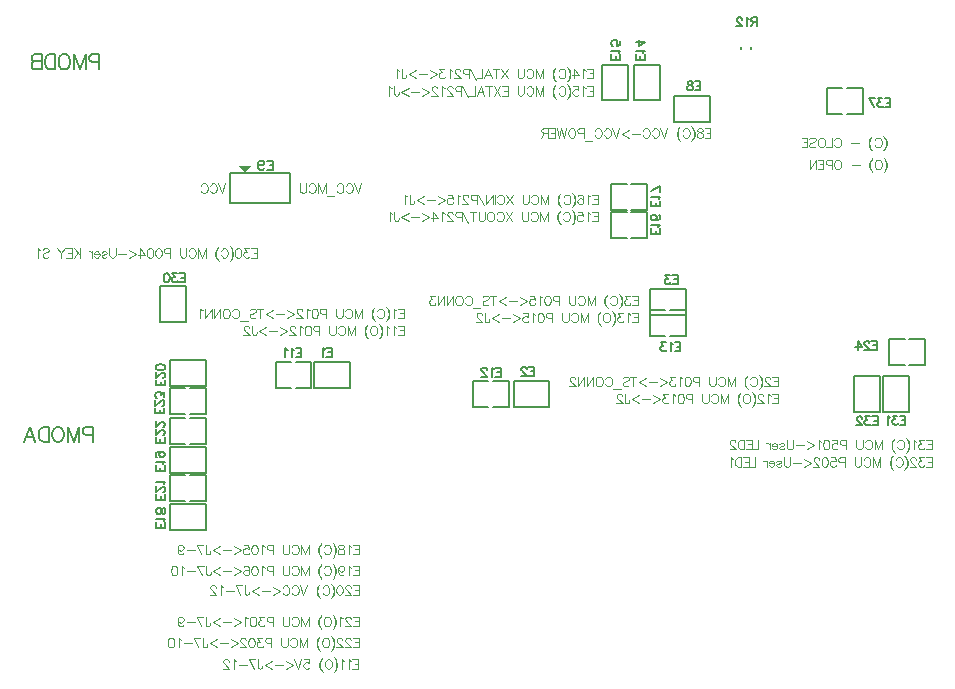
<source format=gbo>
G04 Layer_Color=32896*
%FSLAX25Y25*%
%MOIN*%
G70*
G01*
G75*
%ADD40C,0.00800*%
%ADD48C,0.00500*%
%ADD72C,0.00591*%
%ADD77C,0.00591*%
%ADD78C,0.00709*%
%ADD132C,0.00472*%
G36*
X77600Y196632D02*
X77600D01*
X75631Y198600D01*
X79568D01*
X77600Y196632D01*
D02*
G37*
D40*
X26800Y108880D02*
X24658D01*
X23944Y109118D01*
X23705Y109356D01*
X23467Y109833D01*
Y110547D01*
X23705Y111023D01*
X23944Y111261D01*
X24658Y111499D01*
X26800D01*
Y106500D01*
X22349Y111499D02*
Y106500D01*
Y111499D02*
X20444Y106500D01*
X18540Y111499D02*
X20444Y106500D01*
X18540Y111499D02*
Y106500D01*
X15683Y111499D02*
X16159Y111261D01*
X16635Y110785D01*
X16874Y110309D01*
X17112Y109595D01*
Y108404D01*
X16874Y107690D01*
X16635Y107214D01*
X16159Y106738D01*
X15683Y106500D01*
X14731D01*
X14255Y106738D01*
X13779Y107214D01*
X13541Y107690D01*
X13303Y108404D01*
Y109595D01*
X13541Y110309D01*
X13779Y110785D01*
X14255Y111261D01*
X14731Y111499D01*
X15683D01*
X12137D02*
Y106500D01*
Y111499D02*
X10470D01*
X9756Y111261D01*
X9280Y110785D01*
X9042Y110309D01*
X8804Y109595D01*
Y108404D01*
X9042Y107690D01*
X9280Y107214D01*
X9756Y106738D01*
X10470Y106500D01*
X12137D01*
X3876D02*
X5781Y111499D01*
X7685Y106500D01*
X6971Y108166D02*
X4591D01*
X28900Y233080D02*
X26758D01*
X26043Y233318D01*
X25805Y233557D01*
X25567Y234033D01*
Y234747D01*
X25805Y235223D01*
X26043Y235461D01*
X26758Y235699D01*
X28900D01*
Y230700D01*
X24449Y235699D02*
Y230700D01*
Y235699D02*
X22544Y230700D01*
X20640Y235699D02*
X22544Y230700D01*
X20640Y235699D02*
Y230700D01*
X17783Y235699D02*
X18259Y235461D01*
X18735Y234985D01*
X18974Y234509D01*
X19212Y233795D01*
Y232604D01*
X18974Y231890D01*
X18735Y231414D01*
X18259Y230938D01*
X17783Y230700D01*
X16831D01*
X16355Y230938D01*
X15879Y231414D01*
X15641Y231890D01*
X15403Y232604D01*
Y233795D01*
X15641Y234509D01*
X15879Y234985D01*
X16355Y235461D01*
X16831Y235699D01*
X17783D01*
X14236D02*
Y230700D01*
Y235699D02*
X12570D01*
X11856Y235461D01*
X11380Y234985D01*
X11142Y234509D01*
X10904Y233795D01*
Y232604D01*
X11142Y231890D01*
X11380Y231414D01*
X11856Y230938D01*
X12570Y230700D01*
X14236D01*
X9785Y235699D02*
Y230700D01*
Y235699D02*
X7643D01*
X6928Y235461D01*
X6690Y235223D01*
X6452Y234747D01*
Y234271D01*
X6690Y233795D01*
X6928Y233557D01*
X7643Y233318D01*
X9785D02*
X7643D01*
X6928Y233080D01*
X6690Y232842D01*
X6452Y232366D01*
Y231652D01*
X6690Y231176D01*
X6928Y230938D01*
X7643Y230700D01*
X9785D01*
D48*
X248200Y247999D02*
Y245000D01*
Y247999D02*
X246915D01*
X246486Y247856D01*
X246343Y247714D01*
X246200Y247428D01*
Y247142D01*
X246343Y246857D01*
X246486Y246714D01*
X246915Y246571D01*
X248200D01*
X247200D02*
X246200Y245000D01*
X245529Y247428D02*
X245244Y247571D01*
X244815Y247999D01*
Y245000D01*
X243187Y247285D02*
Y247428D01*
X243044Y247714D01*
X242901Y247856D01*
X242616Y247999D01*
X242044D01*
X241758Y247856D01*
X241616Y247714D01*
X241473Y247428D01*
Y247142D01*
X241616Y246857D01*
X241901Y246428D01*
X243330Y245000D01*
X241330D01*
X104643Y137799D02*
X106500D01*
Y134800D01*
X104643D01*
X106500Y136371D02*
X105357D01*
X104143Y137228D02*
X103858Y137371D01*
X103429Y137799D01*
Y134800D01*
X172043Y131499D02*
X173900D01*
Y128500D01*
X172043D01*
X173900Y130071D02*
X172757D01*
X171400Y130785D02*
Y130928D01*
X171258Y131214D01*
X171115Y131357D01*
X170829Y131499D01*
X170258D01*
X169972Y131357D01*
X169829Y131214D01*
X169687Y130928D01*
Y130642D01*
X169829Y130357D01*
X170115Y129928D01*
X171543Y128500D01*
X169544D01*
X219943Y162099D02*
X221800D01*
Y159100D01*
X219943D01*
X221800Y160671D02*
X220657D01*
X219158Y162099D02*
X217587D01*
X218444Y160957D01*
X218015D01*
X217729Y160814D01*
X217587Y160671D01*
X217444Y160243D01*
Y159957D01*
X217587Y159529D01*
X217872Y159243D01*
X218301Y159100D01*
X218729D01*
X219158Y159243D01*
X219301Y159386D01*
X219443Y159671D01*
X227443Y226699D02*
X229300D01*
Y223700D01*
X227443D01*
X229300Y225271D02*
X228157D01*
X226229Y226699D02*
X226658Y226556D01*
X226800Y226271D01*
Y225985D01*
X226658Y225700D01*
X226372Y225557D01*
X225801Y225414D01*
X225372Y225271D01*
X225087Y224985D01*
X224944Y224700D01*
Y224271D01*
X225087Y223986D01*
X225229Y223843D01*
X225658Y223700D01*
X226229D01*
X226658Y223843D01*
X226800Y223986D01*
X226943Y224271D01*
Y224700D01*
X226800Y224985D01*
X226515Y225271D01*
X226086Y225414D01*
X225515Y225557D01*
X225229Y225700D01*
X225087Y225985D01*
Y226271D01*
X225229Y226556D01*
X225658Y226699D01*
X226229D01*
X94443Y137699D02*
X96300D01*
Y134700D01*
X94443D01*
X96300Y136271D02*
X95157D01*
X93943Y137128D02*
X93658Y137271D01*
X93229Y137699D01*
Y134700D01*
X91744Y137128D02*
X91458Y137271D01*
X91030Y137699D01*
Y134700D01*
X160943Y131299D02*
X162800D01*
Y128300D01*
X160943D01*
X162800Y129871D02*
X161657D01*
X160443Y130728D02*
X160158Y130871D01*
X159729Y131299D01*
Y128300D01*
X158101Y130585D02*
Y130728D01*
X157958Y131014D01*
X157815Y131157D01*
X157530Y131299D01*
X156958D01*
X156673Y131157D01*
X156530Y131014D01*
X156387Y130728D01*
Y130442D01*
X156530Y130157D01*
X156816Y129728D01*
X158244Y128300D01*
X156244D01*
X220743Y139699D02*
X222600D01*
Y136700D01*
X220743D01*
X222600Y138271D02*
X221457D01*
X220243Y139128D02*
X219958Y139271D01*
X219529Y139699D01*
Y136700D01*
X217758Y139699D02*
X216187D01*
X217044Y138557D01*
X216616D01*
X216330Y138414D01*
X216187Y138271D01*
X216044Y137843D01*
Y137557D01*
X216187Y137128D01*
X216473Y136843D01*
X216901Y136700D01*
X217330D01*
X217758Y136843D01*
X217901Y136986D01*
X218044Y137271D01*
X210799Y235757D02*
Y233900D01*
X207800D01*
Y235757D01*
X209371Y233900D02*
Y235043D01*
X210228Y236257D02*
X210371Y236542D01*
X210799Y236971D01*
X207800D01*
X210799Y239884D02*
X208800Y238456D01*
Y240599D01*
X210799Y239884D02*
X207800D01*
X202699Y235757D02*
Y233900D01*
X199700D01*
Y235757D01*
X201271Y233900D02*
Y235043D01*
X202128Y236257D02*
X202271Y236542D01*
X202699Y236971D01*
X199700D01*
X202699Y240170D02*
Y238742D01*
X201414Y238599D01*
X201557Y238742D01*
X201700Y239170D01*
Y239599D01*
X201557Y240027D01*
X201271Y240313D01*
X200843Y240456D01*
X200557D01*
X200129Y240313D01*
X199843Y240027D01*
X199700Y239599D01*
Y239170D01*
X199843Y238742D01*
X199986Y238599D01*
X200271Y238456D01*
X50999Y79757D02*
Y77900D01*
X48000D01*
Y79757D01*
X49571Y77900D02*
Y79043D01*
X50428Y80257D02*
X50571Y80542D01*
X50999Y80971D01*
X48000D01*
X50999Y83170D02*
X50857Y82742D01*
X50571Y82599D01*
X50285D01*
X50000Y82742D01*
X49857Y83027D01*
X49714Y83599D01*
X49571Y84027D01*
X49285Y84313D01*
X49000Y84456D01*
X48571D01*
X48286Y84313D01*
X48143Y84170D01*
X48000Y83742D01*
Y83170D01*
X48143Y82742D01*
X48286Y82599D01*
X48571Y82456D01*
X49000D01*
X49285Y82599D01*
X49571Y82885D01*
X49714Y83313D01*
X49857Y83884D01*
X50000Y84170D01*
X50285Y84313D01*
X50571D01*
X50857Y84170D01*
X50999Y83742D01*
Y83170D01*
X50799Y98657D02*
Y96800D01*
X47800D01*
Y98657D01*
X49371Y96800D02*
Y97943D01*
X50228Y99157D02*
X50371Y99442D01*
X50799Y99871D01*
X47800D01*
X49800Y103213D02*
X49371Y103070D01*
X49085Y102784D01*
X48943Y102356D01*
Y102213D01*
X49085Y101785D01*
X49371Y101499D01*
X49800Y101356D01*
X49942D01*
X50371Y101499D01*
X50656Y101785D01*
X50799Y102213D01*
Y102356D01*
X50656Y102784D01*
X50371Y103070D01*
X49800Y103213D01*
X49085D01*
X48371Y103070D01*
X47943Y102784D01*
X47800Y102356D01*
Y102070D01*
X47943Y101642D01*
X48228Y101499D01*
X50899Y127257D02*
Y125400D01*
X47900D01*
Y127257D01*
X49471Y125400D02*
Y126543D01*
X50185Y127900D02*
X50328D01*
X50614Y128042D01*
X50757Y128185D01*
X50899Y128471D01*
Y129042D01*
X50757Y129328D01*
X50614Y129471D01*
X50328Y129613D01*
X50042D01*
X49757Y129471D01*
X49328Y129185D01*
X47900Y127757D01*
Y129756D01*
X50899Y131284D02*
X50757Y130856D01*
X50328Y130570D01*
X49614Y130428D01*
X49185D01*
X48471Y130570D01*
X48043Y130856D01*
X47900Y131284D01*
Y131570D01*
X48043Y131999D01*
X48471Y132284D01*
X49185Y132427D01*
X49614D01*
X50328Y132284D01*
X50757Y131999D01*
X50899Y131570D01*
Y131284D01*
X55643Y162699D02*
X57500D01*
Y159700D01*
X55643D01*
X57500Y161271D02*
X56357D01*
X54858Y162699D02*
X53287D01*
X54144Y161557D01*
X53715D01*
X53429Y161414D01*
X53287Y161271D01*
X53144Y160843D01*
Y160557D01*
X53287Y160128D01*
X53572Y159843D01*
X54001Y159700D01*
X54429D01*
X54858Y159843D01*
X55001Y159986D01*
X55143Y160271D01*
X51616Y162699D02*
X52044Y162557D01*
X52330Y162128D01*
X52473Y161414D01*
Y160985D01*
X52330Y160271D01*
X52044Y159843D01*
X51616Y159700D01*
X51330D01*
X50901Y159843D01*
X50616Y160271D01*
X50473Y160985D01*
Y161414D01*
X50616Y162128D01*
X50901Y162557D01*
X51330Y162699D01*
X51616D01*
X295843Y115199D02*
X297700D01*
Y112200D01*
X295843D01*
X297700Y113771D02*
X296557D01*
X295058Y115199D02*
X293487D01*
X294344Y114057D01*
X293915D01*
X293629Y113914D01*
X293487Y113771D01*
X293344Y113343D01*
Y113057D01*
X293487Y112628D01*
X293772Y112343D01*
X294201Y112200D01*
X294629D01*
X295058Y112343D01*
X295200Y112486D01*
X295343Y112771D01*
X292672Y114628D02*
X292387Y114771D01*
X291958Y115199D01*
Y112200D01*
X286543Y114999D02*
X288400D01*
Y112000D01*
X286543D01*
X288400Y113571D02*
X287257D01*
X285758Y114999D02*
X284187D01*
X285044Y113857D01*
X284615D01*
X284329Y113714D01*
X284187Y113571D01*
X284044Y113143D01*
Y112857D01*
X284187Y112428D01*
X284472Y112143D01*
X284901Y112000D01*
X285329D01*
X285758Y112143D01*
X285900Y112286D01*
X286043Y112571D01*
X283230Y114285D02*
Y114428D01*
X283087Y114714D01*
X282944Y114857D01*
X282658Y114999D01*
X282087D01*
X281801Y114857D01*
X281659Y114714D01*
X281516Y114428D01*
Y114142D01*
X281659Y113857D01*
X281944Y113428D01*
X283372Y112000D01*
X281373D01*
X290843Y220999D02*
X292700D01*
Y218000D01*
X290843D01*
X292700Y219571D02*
X291557D01*
X290058Y220999D02*
X288487D01*
X289344Y219857D01*
X288915D01*
X288629Y219714D01*
X288487Y219571D01*
X288344Y219143D01*
Y218857D01*
X288487Y218428D01*
X288772Y218143D01*
X289201Y218000D01*
X289629D01*
X290058Y218143D01*
X290200Y218286D01*
X290343Y218571D01*
X285673Y220999D02*
X287101Y218000D01*
X287672Y220999D02*
X285673D01*
X215899Y177657D02*
Y175800D01*
X212900D01*
Y177657D01*
X214471Y175800D02*
Y176943D01*
X215328Y178157D02*
X215471Y178442D01*
X215899Y178871D01*
X212900D01*
X215471Y182070D02*
X215757Y181927D01*
X215899Y181499D01*
Y181213D01*
X215757Y180785D01*
X215328Y180499D01*
X214614Y180356D01*
X213900D01*
X213329Y180499D01*
X213043Y180785D01*
X212900Y181213D01*
Y181356D01*
X213043Y181784D01*
X213329Y182070D01*
X213757Y182213D01*
X213900D01*
X214328Y182070D01*
X214614Y181784D01*
X214757Y181356D01*
Y181213D01*
X214614Y180785D01*
X214328Y180499D01*
X213900Y180356D01*
X215999Y186957D02*
Y185100D01*
X213000D01*
Y186957D01*
X214571Y185100D02*
Y186243D01*
X215428Y187457D02*
X215571Y187742D01*
X215999Y188171D01*
X213000D01*
X215999Y191656D02*
X213000Y190227D01*
X215999Y189656D02*
Y191656D01*
X50999Y89157D02*
Y87300D01*
X48000D01*
Y89157D01*
X49571Y87300D02*
Y88443D01*
X50285Y89799D02*
X50428D01*
X50714Y89942D01*
X50857Y90085D01*
X50999Y90371D01*
Y90942D01*
X50857Y91228D01*
X50714Y91371D01*
X50428Y91513D01*
X50142D01*
X49857Y91371D01*
X49428Y91085D01*
X48000Y89657D01*
Y91656D01*
X50428Y92327D02*
X50571Y92613D01*
X50999Y93042D01*
X48000D01*
X50799Y108157D02*
Y106300D01*
X47800D01*
Y108157D01*
X49371Y106300D02*
Y107443D01*
X50085Y108800D02*
X50228D01*
X50514Y108942D01*
X50656Y109085D01*
X50799Y109371D01*
Y109942D01*
X50656Y110228D01*
X50514Y110371D01*
X50228Y110513D01*
X49942D01*
X49657Y110371D01*
X49228Y110085D01*
X47800Y108657D01*
Y110656D01*
X50085Y111470D02*
X50228D01*
X50514Y111613D01*
X50656Y111756D01*
X50799Y112042D01*
Y112613D01*
X50656Y112899D01*
X50514Y113041D01*
X50228Y113184D01*
X49942D01*
X49657Y113041D01*
X49228Y112756D01*
X47800Y111328D01*
Y113327D01*
X50699Y117957D02*
Y116100D01*
X47700D01*
Y117957D01*
X49271Y116100D02*
Y117243D01*
X49985Y118599D02*
X50128D01*
X50414Y118742D01*
X50556Y118885D01*
X50699Y119171D01*
Y119742D01*
X50556Y120028D01*
X50414Y120171D01*
X50128Y120313D01*
X49842D01*
X49557Y120171D01*
X49128Y119885D01*
X47700Y118457D01*
Y120456D01*
X50699Y121413D02*
Y122984D01*
X49557Y122127D01*
Y122556D01*
X49414Y122841D01*
X49271Y122984D01*
X48843Y123127D01*
X48557D01*
X48129Y122984D01*
X47843Y122699D01*
X47700Y122270D01*
Y121842D01*
X47843Y121413D01*
X47986Y121270D01*
X48271Y121127D01*
X286343Y140099D02*
X288200D01*
Y137100D01*
X286343D01*
X288200Y138671D02*
X287057D01*
X285700Y139385D02*
Y139528D01*
X285558Y139814D01*
X285415Y139956D01*
X285129Y140099D01*
X284558D01*
X284272Y139956D01*
X284129Y139814D01*
X283987Y139528D01*
Y139242D01*
X284129Y138957D01*
X284415Y138528D01*
X285843Y137100D01*
X283844D01*
X281744Y140099D02*
X283172Y138100D01*
X281030D01*
X281744Y140099D02*
Y137100D01*
X84901Y200299D02*
X86900D01*
Y197300D01*
X84901D01*
X86900Y198800D02*
X85900D01*
X83901Y197800D02*
X83401Y197300D01*
X82401D01*
X81902Y197800D01*
Y199799D01*
X82401Y200299D01*
X83401D01*
X83901Y199799D01*
Y199299D01*
X83401Y198800D01*
X81902D01*
D72*
X72600Y186100D02*
X92600D01*
Y196100D01*
X72600D02*
X92600D01*
X72600Y186100D02*
Y196100D01*
D77*
X246175Y237603D02*
Y237997D01*
X243025Y237603D02*
Y237997D01*
D78*
X87894Y124569D02*
Y133231D01*
X99705Y124569D02*
Y133231D01*
X94587Y124569D02*
X99705D01*
X94587Y133231D02*
X99705D01*
X87894D02*
X93013D01*
X87894Y124569D02*
X93013D01*
X100594D02*
X112406D01*
X100594Y133231D02*
X112406D01*
X100594Y124569D02*
Y133231D01*
X112406Y124569D02*
Y133231D01*
X178905Y118169D02*
Y126831D01*
X167095Y118169D02*
Y126831D01*
X178905D01*
X167095Y118169D02*
X178905D01*
X224406Y148669D02*
Y157331D01*
X212595Y148669D02*
Y157331D01*
X224406D01*
X212595Y148669D02*
X224406D01*
X232505Y213269D02*
Y221931D01*
X220694Y213269D02*
Y221931D01*
X232505D01*
X220694Y213269D02*
X232505D01*
X207169Y220394D02*
X215831D01*
X207169Y232206D02*
X215831D01*
Y220394D02*
Y232206D01*
X207169Y220394D02*
Y232206D01*
X196669Y220394D02*
X205331D01*
X196669Y232206D02*
X205331D01*
Y220394D02*
Y232206D01*
X196669Y220394D02*
Y232206D01*
X64406Y77169D02*
Y85831D01*
X52595Y77169D02*
Y85831D01*
X64406D01*
X52595Y77169D02*
X64406D01*
Y96169D02*
Y104831D01*
X52595Y96169D02*
Y104831D01*
X64406D01*
X52595Y96169D02*
X64406D01*
Y125169D02*
Y133831D01*
X52595Y125169D02*
Y133831D01*
X64406D01*
X52595Y125169D02*
X64406D01*
X49169Y158405D02*
X57831D01*
X49169Y146595D02*
X57831D01*
X49169D02*
Y158405D01*
X57831Y146595D02*
Y158405D01*
X290169Y128405D02*
X298831D01*
X290169Y116595D02*
X298831D01*
X290169D02*
Y128405D01*
X298831Y116595D02*
Y128405D01*
X280669D02*
X289331D01*
X280669Y116595D02*
X289331D01*
X280669D02*
Y128405D01*
X289331Y116595D02*
Y128405D01*
X153595Y118169D02*
X158713D01*
X153595Y126831D02*
X158713D01*
X160287D02*
X165405D01*
X160287Y118169D02*
X165405D01*
Y126831D01*
X153595Y118169D02*
Y126831D01*
X219287Y150331D02*
X224406D01*
X219287Y141669D02*
X224406D01*
X212595D02*
X217713D01*
X212595Y150331D02*
X217713D01*
X212595Y141669D02*
Y150331D01*
X224406Y141669D02*
Y150331D01*
X271595Y215669D02*
X276713D01*
X271595Y224331D02*
X276713D01*
X278287D02*
X283405D01*
X278287Y215669D02*
X283405D01*
Y224331D01*
X271595Y215669D02*
Y224331D01*
X199695Y174369D02*
X204813D01*
X199695Y183031D02*
X204813D01*
X206387D02*
X211506D01*
X206387Y174369D02*
X211506D01*
Y183031D01*
X199695Y174369D02*
Y183031D01*
Y183869D02*
X204813D01*
X199695Y192531D02*
X204813D01*
X206387D02*
X211506D01*
X206387Y183869D02*
X211506D01*
Y192531D01*
X199695Y183869D02*
Y192531D01*
X59287Y95331D02*
X64406D01*
X59287Y86669D02*
X64406D01*
X52595D02*
X57713D01*
X52595Y95331D02*
X57713D01*
X52595Y86669D02*
Y95331D01*
X64406Y86669D02*
Y95331D01*
X59287Y114331D02*
X64406D01*
X59287Y105669D02*
X64406D01*
X52595D02*
X57713D01*
X52595Y114331D02*
X57713D01*
X52595Y105669D02*
Y114331D01*
X64406Y105669D02*
Y114331D01*
X59287Y124331D02*
X64406D01*
X59287Y115669D02*
X64406D01*
X52595D02*
X57713D01*
X52595Y124331D02*
X57713D01*
X52595Y115669D02*
Y124331D01*
X64406Y115669D02*
Y124331D01*
X304105Y132169D02*
Y140831D01*
X292295Y132169D02*
Y140831D01*
X297413D01*
X292295Y132169D02*
X297413D01*
X298987D02*
X304105D01*
X298987Y140831D02*
X304105D01*
D132*
X113351Y34049D02*
X115300D01*
Y30900D01*
X113351D01*
X115300Y32549D02*
X114100D01*
X112826Y33449D02*
X112526Y33599D01*
X112076Y34049D01*
Y30900D01*
X110517Y33449D02*
X110217Y33599D01*
X109767Y34049D01*
Y30900D01*
X107158Y34649D02*
X107458Y34349D01*
X107757Y33899D01*
X108057Y33299D01*
X108207Y32549D01*
Y31950D01*
X108057Y31200D01*
X107757Y30600D01*
X107458Y30150D01*
X107158Y29850D01*
X107458Y34349D02*
X107757Y33749D01*
X107907Y33299D01*
X108057Y32549D01*
Y31950D01*
X107907Y31200D01*
X107757Y30750D01*
X107458Y30150D01*
X105658Y34049D02*
X105958Y33899D01*
X106258Y33599D01*
X106408Y33299D01*
X106558Y32849D01*
Y32100D01*
X106408Y31650D01*
X106258Y31350D01*
X105958Y31050D01*
X105658Y30900D01*
X105059D01*
X104759Y31050D01*
X104459Y31350D01*
X104309Y31650D01*
X104159Y32100D01*
Y32849D01*
X104309Y33299D01*
X104459Y33599D01*
X104759Y33899D01*
X105059Y34049D01*
X105658D01*
X103424Y34649D02*
X103124Y34349D01*
X102824Y33899D01*
X102524Y33299D01*
X102374Y32549D01*
Y31950D01*
X102524Y31200D01*
X102824Y30600D01*
X103124Y30150D01*
X103424Y29850D01*
X103124Y34349D02*
X102824Y33749D01*
X102674Y33299D01*
X102524Y32549D01*
Y31950D01*
X102674Y31200D01*
X102824Y30750D01*
X103124Y30150D01*
X97336Y34049D02*
X98836D01*
X98985Y32699D01*
X98836Y32849D01*
X98386Y32999D01*
X97936D01*
X97486Y32849D01*
X97186Y32549D01*
X97036Y32100D01*
Y31800D01*
X97186Y31350D01*
X97486Y31050D01*
X97936Y30900D01*
X98386D01*
X98836Y31050D01*
X98985Y31200D01*
X99136Y31500D01*
X96331Y34049D02*
X95132Y30900D01*
X93932Y34049D02*
X95132Y30900D01*
X91128Y33599D02*
X93527Y32250D01*
X91128Y30900D01*
X90228Y32250D02*
X87529D01*
X86600Y33599D02*
X84201Y32250D01*
X86600Y30900D01*
X81801Y34049D02*
Y31650D01*
X81951Y31200D01*
X82101Y31050D01*
X82401Y30900D01*
X82701D01*
X83001Y31050D01*
X83151Y31200D01*
X83301Y31650D01*
Y31950D01*
X78892Y34049D02*
X80392Y30900D01*
X80992Y34049D02*
X78892D01*
X78188Y32250D02*
X75489D01*
X74559Y33449D02*
X74259Y33599D01*
X73809Y34049D01*
Y30900D01*
X72100Y33299D02*
Y33449D01*
X71950Y33749D01*
X71800Y33899D01*
X71500Y34049D01*
X70900D01*
X70600Y33899D01*
X70450Y33749D01*
X70300Y33449D01*
Y33149D01*
X70450Y32849D01*
X70750Y32399D01*
X72250Y30900D01*
X70150D01*
X113451Y41149D02*
X115400D01*
Y38000D01*
X113451D01*
X115400Y39649D02*
X114200D01*
X112776Y40399D02*
Y40549D01*
X112626Y40849D01*
X112476Y40999D01*
X112176Y41149D01*
X111576D01*
X111276Y40999D01*
X111126Y40849D01*
X110977Y40549D01*
Y40249D01*
X111126Y39949D01*
X111426Y39500D01*
X112926Y38000D01*
X110827D01*
X109972Y40399D02*
Y40549D01*
X109822Y40849D01*
X109672Y40999D01*
X109372Y41149D01*
X108772D01*
X108472Y40999D01*
X108322Y40849D01*
X108173Y40549D01*
Y40249D01*
X108322Y39949D01*
X108622Y39500D01*
X110122Y38000D01*
X108022D01*
X106268Y41749D02*
X106568Y41449D01*
X106868Y40999D01*
X107168Y40399D01*
X107318Y39649D01*
Y39050D01*
X107168Y38300D01*
X106868Y37700D01*
X106568Y37250D01*
X106268Y36950D01*
X106568Y41449D02*
X106868Y40849D01*
X107018Y40399D01*
X107168Y39649D01*
Y39050D01*
X107018Y38300D01*
X106868Y37850D01*
X106568Y37250D01*
X104769Y41149D02*
X105069Y40999D01*
X105368Y40699D01*
X105518Y40399D01*
X105668Y39949D01*
Y39200D01*
X105518Y38750D01*
X105368Y38450D01*
X105069Y38150D01*
X104769Y38000D01*
X104169D01*
X103869Y38150D01*
X103569Y38450D01*
X103419Y38750D01*
X103269Y39200D01*
Y39949D01*
X103419Y40399D01*
X103569Y40699D01*
X103869Y40999D01*
X104169Y41149D01*
X104769D01*
X102534Y41749D02*
X102234Y41449D01*
X101935Y40999D01*
X101635Y40399D01*
X101485Y39649D01*
Y39050D01*
X101635Y38300D01*
X101935Y37700D01*
X102234Y37250D01*
X102534Y36950D01*
X102234Y41449D02*
X101935Y40849D01*
X101785Y40399D01*
X101635Y39649D01*
Y39050D01*
X101785Y38300D01*
X101935Y37850D01*
X102234Y37250D01*
X98246Y41149D02*
Y38000D01*
Y41149D02*
X97046Y38000D01*
X95847Y41149D02*
X97046Y38000D01*
X95847Y41149D02*
Y38000D01*
X92698Y40399D02*
X92848Y40699D01*
X93147Y40999D01*
X93447Y41149D01*
X94047D01*
X94347Y40999D01*
X94647Y40699D01*
X94797Y40399D01*
X94947Y39949D01*
Y39200D01*
X94797Y38750D01*
X94647Y38450D01*
X94347Y38150D01*
X94047Y38000D01*
X93447D01*
X93147Y38150D01*
X92848Y38450D01*
X92698Y38750D01*
X91813Y41149D02*
Y38900D01*
X91663Y38450D01*
X91363Y38150D01*
X90913Y38000D01*
X90613D01*
X90163Y38150D01*
X89864Y38450D01*
X89714Y38900D01*
Y41149D01*
X86370Y39500D02*
X85020D01*
X84570Y39649D01*
X84421Y39799D01*
X84271Y40099D01*
Y40549D01*
X84421Y40849D01*
X84570Y40999D01*
X85020Y41149D01*
X86370D01*
Y38000D01*
X83266Y41149D02*
X81616D01*
X82516Y39949D01*
X82066D01*
X81766Y39799D01*
X81616Y39649D01*
X81467Y39200D01*
Y38900D01*
X81616Y38450D01*
X81916Y38150D01*
X82366Y38000D01*
X82816D01*
X83266Y38150D01*
X83416Y38300D01*
X83566Y38600D01*
X79862Y41149D02*
X80312Y40999D01*
X80612Y40549D01*
X80762Y39799D01*
Y39349D01*
X80612Y38600D01*
X80312Y38150D01*
X79862Y38000D01*
X79562D01*
X79112Y38150D01*
X78812Y38600D01*
X78662Y39349D01*
Y39799D01*
X78812Y40549D01*
X79112Y40999D01*
X79562Y41149D01*
X79862D01*
X77808Y40399D02*
Y40549D01*
X77658Y40849D01*
X77508Y40999D01*
X77208Y41149D01*
X76608D01*
X76308Y40999D01*
X76158Y40849D01*
X76008Y40549D01*
Y40249D01*
X76158Y39949D01*
X76458Y39500D01*
X77958Y38000D01*
X75858D01*
X72754Y40699D02*
X75154Y39349D01*
X72754Y38000D01*
X71855Y39349D02*
X69156D01*
X68226Y40699D02*
X65827Y39349D01*
X68226Y38000D01*
X63428Y41149D02*
Y38750D01*
X63578Y38300D01*
X63727Y38150D01*
X64027Y38000D01*
X64327D01*
X64627Y38150D01*
X64777Y38300D01*
X64927Y38750D01*
Y39050D01*
X60519Y41149D02*
X62018Y38000D01*
X62618Y41149D02*
X60519D01*
X59814Y39349D02*
X57115D01*
X56185Y40549D02*
X55885Y40699D01*
X55435Y41149D01*
Y38000D01*
X52976Y41149D02*
X53426Y40999D01*
X53726Y40549D01*
X53876Y39799D01*
Y39349D01*
X53726Y38600D01*
X53426Y38150D01*
X52976Y38000D01*
X52676D01*
X52226Y38150D01*
X51926Y38600D01*
X51776Y39349D01*
Y39799D01*
X51926Y40549D01*
X52226Y40999D01*
X52676Y41149D01*
X52976D01*
X113451Y58649D02*
X115400D01*
Y55500D01*
X113451D01*
X115400Y57149D02*
X114200D01*
X112776Y57899D02*
Y58049D01*
X112626Y58349D01*
X112476Y58499D01*
X112176Y58649D01*
X111576D01*
X111276Y58499D01*
X111126Y58349D01*
X110977Y58049D01*
Y57749D01*
X111126Y57449D01*
X111426Y56999D01*
X112926Y55500D01*
X110827D01*
X109222Y58649D02*
X109672Y58499D01*
X109972Y58049D01*
X110122Y57299D01*
Y56849D01*
X109972Y56100D01*
X109672Y55650D01*
X109222Y55500D01*
X108922D01*
X108472Y55650D01*
X108173Y56100D01*
X108022Y56849D01*
Y57299D01*
X108173Y58049D01*
X108472Y58499D01*
X108922Y58649D01*
X109222D01*
X106268Y59249D02*
X106568Y58949D01*
X106868Y58499D01*
X107168Y57899D01*
X107318Y57149D01*
Y56550D01*
X107168Y55800D01*
X106868Y55200D01*
X106568Y54750D01*
X106268Y54450D01*
X106568Y58949D02*
X106868Y58349D01*
X107018Y57899D01*
X107168Y57149D01*
Y56550D01*
X107018Y55800D01*
X106868Y55350D01*
X106568Y54750D01*
X103419Y57899D02*
X103569Y58199D01*
X103869Y58499D01*
X104169Y58649D01*
X104769D01*
X105069Y58499D01*
X105368Y58199D01*
X105518Y57899D01*
X105668Y57449D01*
Y56700D01*
X105518Y56250D01*
X105368Y55950D01*
X105069Y55650D01*
X104769Y55500D01*
X104169D01*
X103869Y55650D01*
X103569Y55950D01*
X103419Y56250D01*
X102534Y59249D02*
X102234Y58949D01*
X101935Y58499D01*
X101635Y57899D01*
X101485Y57149D01*
Y56550D01*
X101635Y55800D01*
X101935Y55200D01*
X102234Y54750D01*
X102534Y54450D01*
X102234Y58949D02*
X101935Y58349D01*
X101785Y57899D01*
X101635Y57149D01*
Y56550D01*
X101785Y55800D01*
X101935Y55350D01*
X102234Y54750D01*
X98246Y58649D02*
X97046Y55500D01*
X95847Y58649D02*
X97046Y55500D01*
X93192Y57899D02*
X93343Y58199D01*
X93642Y58499D01*
X93942Y58649D01*
X94542D01*
X94842Y58499D01*
X95142Y58199D01*
X95292Y57899D01*
X95442Y57449D01*
Y56700D01*
X95292Y56250D01*
X95142Y55950D01*
X94842Y55650D01*
X94542Y55500D01*
X93942D01*
X93642Y55650D01*
X93343Y55950D01*
X93192Y56250D01*
X90059Y57899D02*
X90209Y58199D01*
X90508Y58499D01*
X90808Y58649D01*
X91408D01*
X91708Y58499D01*
X92008Y58199D01*
X92158Y57899D01*
X92308Y57449D01*
Y56700D01*
X92158Y56250D01*
X92008Y55950D01*
X91708Y55650D01*
X91408Y55500D01*
X90808D01*
X90508Y55650D01*
X90209Y55950D01*
X90059Y56250D01*
X86775Y58199D02*
X89174Y56849D01*
X86775Y55500D01*
X85875Y56849D02*
X83176D01*
X82246Y58199D02*
X79847Y56849D01*
X82246Y55500D01*
X77448Y58649D02*
Y56250D01*
X77598Y55800D01*
X77748Y55650D01*
X78048Y55500D01*
X78348D01*
X78648Y55650D01*
X78797Y55800D01*
X78947Y56250D01*
Y56550D01*
X74539Y58649D02*
X76038Y55500D01*
X76638Y58649D02*
X74539D01*
X73834Y56849D02*
X71135D01*
X70205Y58049D02*
X69905Y58199D01*
X69456Y58649D01*
Y55500D01*
X67746Y57899D02*
Y58049D01*
X67596Y58349D01*
X67446Y58499D01*
X67146Y58649D01*
X66547D01*
X66247Y58499D01*
X66097Y58349D01*
X65947Y58049D01*
Y57749D01*
X66097Y57449D01*
X66397Y56999D01*
X67896Y55500D01*
X65797D01*
X113451Y65149D02*
X115400D01*
Y62000D01*
X113451D01*
X115400Y63649D02*
X114200D01*
X112926Y64549D02*
X112626Y64699D01*
X112176Y65149D01*
Y62000D01*
X108667Y64099D02*
X108817Y63649D01*
X109117Y63349D01*
X109567Y63200D01*
X109717D01*
X110167Y63349D01*
X110467Y63649D01*
X110617Y64099D01*
Y64249D01*
X110467Y64699D01*
X110167Y64999D01*
X109717Y65149D01*
X109567D01*
X109117Y64999D01*
X108817Y64699D01*
X108667Y64099D01*
Y63349D01*
X108817Y62600D01*
X109117Y62150D01*
X109567Y62000D01*
X109867D01*
X110317Y62150D01*
X110467Y62450D01*
X106763Y65749D02*
X107063Y65449D01*
X107363Y64999D01*
X107663Y64399D01*
X107813Y63649D01*
Y63050D01*
X107663Y62300D01*
X107363Y61700D01*
X107063Y61250D01*
X106763Y60950D01*
X107063Y65449D02*
X107363Y64849D01*
X107513Y64399D01*
X107663Y63649D01*
Y63050D01*
X107513Y62300D01*
X107363Y61850D01*
X107063Y61250D01*
X103914Y64399D02*
X104064Y64699D01*
X104364Y64999D01*
X104664Y65149D01*
X105263D01*
X105563Y64999D01*
X105863Y64699D01*
X106013Y64399D01*
X106163Y63949D01*
Y63200D01*
X106013Y62750D01*
X105863Y62450D01*
X105563Y62150D01*
X105263Y62000D01*
X104664D01*
X104364Y62150D01*
X104064Y62450D01*
X103914Y62750D01*
X103029Y65749D02*
X102729Y65449D01*
X102429Y64999D01*
X102129Y64399D01*
X101979Y63649D01*
Y63050D01*
X102129Y62300D01*
X102429Y61700D01*
X102729Y61250D01*
X103029Y60950D01*
X102729Y65449D02*
X102429Y64849D01*
X102279Y64399D01*
X102129Y63649D01*
Y63050D01*
X102279Y62300D01*
X102429Y61850D01*
X102729Y61250D01*
X98741Y65149D02*
Y62000D01*
Y65149D02*
X97541Y62000D01*
X96341Y65149D02*
X97541Y62000D01*
X96341Y65149D02*
Y62000D01*
X93192Y64399D02*
X93343Y64699D01*
X93642Y64999D01*
X93942Y65149D01*
X94542D01*
X94842Y64999D01*
X95142Y64699D01*
X95292Y64399D01*
X95442Y63949D01*
Y63200D01*
X95292Y62750D01*
X95142Y62450D01*
X94842Y62150D01*
X94542Y62000D01*
X93942D01*
X93642Y62150D01*
X93343Y62450D01*
X93192Y62750D01*
X92308Y65149D02*
Y62900D01*
X92158Y62450D01*
X91858Y62150D01*
X91408Y62000D01*
X91108D01*
X90658Y62150D01*
X90359Y62450D01*
X90209Y62900D01*
Y65149D01*
X86865Y63499D02*
X85515D01*
X85065Y63649D01*
X84915Y63799D01*
X84765Y64099D01*
Y64549D01*
X84915Y64849D01*
X85065Y64999D01*
X85515Y65149D01*
X86865D01*
Y62000D01*
X84061Y64549D02*
X83761Y64699D01*
X83311Y65149D01*
Y62000D01*
X80852Y65149D02*
X81301Y64999D01*
X81601Y64549D01*
X81751Y63799D01*
Y63349D01*
X81601Y62600D01*
X81301Y62150D01*
X80852Y62000D01*
X80552D01*
X80102Y62150D01*
X79802Y62600D01*
X79652Y63349D01*
Y63799D01*
X79802Y64549D01*
X80102Y64999D01*
X80552Y65149D01*
X80852D01*
X77148Y64699D02*
X77298Y64999D01*
X77748Y65149D01*
X78048D01*
X78497Y64999D01*
X78797Y64549D01*
X78947Y63799D01*
Y63050D01*
X78797Y62450D01*
X78497Y62150D01*
X78048Y62000D01*
X77898D01*
X77448Y62150D01*
X77148Y62450D01*
X76998Y62900D01*
Y63050D01*
X77148Y63499D01*
X77448Y63799D01*
X77898Y63949D01*
X78048D01*
X78497Y63799D01*
X78797Y63499D01*
X78947Y63050D01*
X73909Y64699D02*
X76308Y63349D01*
X73909Y62000D01*
X73009Y63349D02*
X70310D01*
X69381Y64699D02*
X66981Y63349D01*
X69381Y62000D01*
X64582Y65149D02*
Y62750D01*
X64732Y62300D01*
X64882Y62150D01*
X65182Y62000D01*
X65482D01*
X65782Y62150D01*
X65932Y62300D01*
X66082Y62750D01*
Y63050D01*
X61673Y65149D02*
X63173Y62000D01*
X63772Y65149D02*
X61673D01*
X60968Y63349D02*
X58269D01*
X57340Y64549D02*
X57040Y64699D01*
X56590Y65149D01*
Y62000D01*
X54131Y65149D02*
X54581Y64999D01*
X54880Y64549D01*
X55030Y63799D01*
Y63349D01*
X54880Y62600D01*
X54581Y62150D01*
X54131Y62000D01*
X53831D01*
X53381Y62150D01*
X53081Y62600D01*
X52931Y63349D01*
Y63799D01*
X53081Y64549D01*
X53381Y64999D01*
X53831Y65149D01*
X54131D01*
X113451Y48249D02*
X115400D01*
Y45100D01*
X113451D01*
X115400Y46749D02*
X114200D01*
X112776Y47499D02*
Y47649D01*
X112626Y47949D01*
X112476Y48099D01*
X112176Y48249D01*
X111576D01*
X111276Y48099D01*
X111126Y47949D01*
X110977Y47649D01*
Y47349D01*
X111126Y47049D01*
X111426Y46600D01*
X112926Y45100D01*
X110827D01*
X110122Y47649D02*
X109822Y47799D01*
X109372Y48249D01*
Y45100D01*
X106763Y48849D02*
X107063Y48549D01*
X107363Y48099D01*
X107663Y47499D01*
X107813Y46749D01*
Y46150D01*
X107663Y45400D01*
X107363Y44800D01*
X107063Y44350D01*
X106763Y44050D01*
X107063Y48549D02*
X107363Y47949D01*
X107513Y47499D01*
X107663Y46749D01*
Y46150D01*
X107513Y45400D01*
X107363Y44950D01*
X107063Y44350D01*
X105263Y48249D02*
X105563Y48099D01*
X105863Y47799D01*
X106013Y47499D01*
X106163Y47049D01*
Y46300D01*
X106013Y45850D01*
X105863Y45550D01*
X105563Y45250D01*
X105263Y45100D01*
X104664D01*
X104364Y45250D01*
X104064Y45550D01*
X103914Y45850D01*
X103764Y46300D01*
Y47049D01*
X103914Y47499D01*
X104064Y47799D01*
X104364Y48099D01*
X104664Y48249D01*
X105263D01*
X103029Y48849D02*
X102729Y48549D01*
X102429Y48099D01*
X102129Y47499D01*
X101979Y46749D01*
Y46150D01*
X102129Y45400D01*
X102429Y44800D01*
X102729Y44350D01*
X103029Y44050D01*
X102729Y48549D02*
X102429Y47949D01*
X102279Y47499D01*
X102129Y46749D01*
Y46150D01*
X102279Y45400D01*
X102429Y44950D01*
X102729Y44350D01*
X98741Y48249D02*
Y45100D01*
Y48249D02*
X97541Y45100D01*
X96341Y48249D02*
X97541Y45100D01*
X96341Y48249D02*
Y45100D01*
X93192Y47499D02*
X93343Y47799D01*
X93642Y48099D01*
X93942Y48249D01*
X94542D01*
X94842Y48099D01*
X95142Y47799D01*
X95292Y47499D01*
X95442Y47049D01*
Y46300D01*
X95292Y45850D01*
X95142Y45550D01*
X94842Y45250D01*
X94542Y45100D01*
X93942D01*
X93642Y45250D01*
X93343Y45550D01*
X93192Y45850D01*
X92308Y48249D02*
Y46000D01*
X92158Y45550D01*
X91858Y45250D01*
X91408Y45100D01*
X91108D01*
X90658Y45250D01*
X90359Y45550D01*
X90209Y46000D01*
Y48249D01*
X86865Y46600D02*
X85515D01*
X85065Y46749D01*
X84915Y46899D01*
X84765Y47199D01*
Y47649D01*
X84915Y47949D01*
X85065Y48099D01*
X85515Y48249D01*
X86865D01*
Y45100D01*
X83761Y48249D02*
X82111D01*
X83011Y47049D01*
X82561D01*
X82261Y46899D01*
X82111Y46749D01*
X81961Y46300D01*
Y46000D01*
X82111Y45550D01*
X82411Y45250D01*
X82861Y45100D01*
X83311D01*
X83761Y45250D01*
X83911Y45400D01*
X84061Y45700D01*
X80357Y48249D02*
X80807Y48099D01*
X81107Y47649D01*
X81257Y46899D01*
Y46450D01*
X81107Y45700D01*
X80807Y45250D01*
X80357Y45100D01*
X80057D01*
X79607Y45250D01*
X79307Y45700D01*
X79157Y46450D01*
Y46899D01*
X79307Y47649D01*
X79607Y48099D01*
X80057Y48249D01*
X80357D01*
X78452Y47649D02*
X78153Y47799D01*
X77703Y48249D01*
Y45100D01*
X73744Y47799D02*
X76143Y46450D01*
X73744Y45100D01*
X72844Y46450D02*
X70145D01*
X69216Y47799D02*
X66816Y46450D01*
X69216Y45100D01*
X64417Y48249D02*
Y45850D01*
X64567Y45400D01*
X64717Y45250D01*
X65017Y45100D01*
X65317D01*
X65617Y45250D01*
X65767Y45400D01*
X65917Y45850D01*
Y46150D01*
X61508Y48249D02*
X63008Y45100D01*
X63608Y48249D02*
X61508D01*
X60804Y46450D02*
X58104D01*
X55225Y47199D02*
X55375Y46749D01*
X55675Y46450D01*
X56125Y46300D01*
X56275D01*
X56725Y46450D01*
X57025Y46749D01*
X57175Y47199D01*
Y47349D01*
X57025Y47799D01*
X56725Y48099D01*
X56275Y48249D01*
X56125D01*
X55675Y48099D01*
X55375Y47799D01*
X55225Y47199D01*
Y46450D01*
X55375Y45700D01*
X55675Y45250D01*
X56125Y45100D01*
X56425D01*
X56875Y45250D01*
X57025Y45550D01*
X113451Y72149D02*
X115400D01*
Y69000D01*
X113451D01*
X115400Y70649D02*
X114200D01*
X112926Y71549D02*
X112626Y71699D01*
X112176Y72149D01*
Y69000D01*
X109867Y72149D02*
X110317Y71999D01*
X110467Y71699D01*
Y71399D01*
X110317Y71099D01*
X110017Y70949D01*
X109417Y70799D01*
X108967Y70649D01*
X108667Y70350D01*
X108517Y70050D01*
Y69600D01*
X108667Y69300D01*
X108817Y69150D01*
X109267Y69000D01*
X109867D01*
X110317Y69150D01*
X110467Y69300D01*
X110617Y69600D01*
Y70050D01*
X110467Y70350D01*
X110167Y70649D01*
X109717Y70799D01*
X109117Y70949D01*
X108817Y71099D01*
X108667Y71399D01*
Y71699D01*
X108817Y71999D01*
X109267Y72149D01*
X109867D01*
X106763Y72749D02*
X107063Y72449D01*
X107363Y71999D01*
X107663Y71399D01*
X107813Y70649D01*
Y70050D01*
X107663Y69300D01*
X107363Y68700D01*
X107063Y68250D01*
X106763Y67950D01*
X107063Y72449D02*
X107363Y71849D01*
X107513Y71399D01*
X107663Y70649D01*
Y70050D01*
X107513Y69300D01*
X107363Y68850D01*
X107063Y68250D01*
X103914Y71399D02*
X104064Y71699D01*
X104364Y71999D01*
X104664Y72149D01*
X105263D01*
X105563Y71999D01*
X105863Y71699D01*
X106013Y71399D01*
X106163Y70949D01*
Y70200D01*
X106013Y69750D01*
X105863Y69450D01*
X105563Y69150D01*
X105263Y69000D01*
X104664D01*
X104364Y69150D01*
X104064Y69450D01*
X103914Y69750D01*
X103029Y72749D02*
X102729Y72449D01*
X102429Y71999D01*
X102129Y71399D01*
X101979Y70649D01*
Y70050D01*
X102129Y69300D01*
X102429Y68700D01*
X102729Y68250D01*
X103029Y67950D01*
X102729Y72449D02*
X102429Y71849D01*
X102279Y71399D01*
X102129Y70649D01*
Y70050D01*
X102279Y69300D01*
X102429Y68850D01*
X102729Y68250D01*
X98741Y72149D02*
Y69000D01*
Y72149D02*
X97541Y69000D01*
X96341Y72149D02*
X97541Y69000D01*
X96341Y72149D02*
Y69000D01*
X93192Y71399D02*
X93343Y71699D01*
X93642Y71999D01*
X93942Y72149D01*
X94542D01*
X94842Y71999D01*
X95142Y71699D01*
X95292Y71399D01*
X95442Y70949D01*
Y70200D01*
X95292Y69750D01*
X95142Y69450D01*
X94842Y69150D01*
X94542Y69000D01*
X93942D01*
X93642Y69150D01*
X93343Y69450D01*
X93192Y69750D01*
X92308Y72149D02*
Y69900D01*
X92158Y69450D01*
X91858Y69150D01*
X91408Y69000D01*
X91108D01*
X90658Y69150D01*
X90359Y69450D01*
X90209Y69900D01*
Y72149D01*
X86865Y70499D02*
X85515D01*
X85065Y70649D01*
X84915Y70799D01*
X84765Y71099D01*
Y71549D01*
X84915Y71849D01*
X85065Y71999D01*
X85515Y72149D01*
X86865D01*
Y69000D01*
X84061Y71549D02*
X83761Y71699D01*
X83311Y72149D01*
Y69000D01*
X80852Y72149D02*
X81301Y71999D01*
X81601Y71549D01*
X81751Y70799D01*
Y70350D01*
X81601Y69600D01*
X81301Y69150D01*
X80852Y69000D01*
X80552D01*
X80102Y69150D01*
X79802Y69600D01*
X79652Y70350D01*
Y70799D01*
X79802Y71549D01*
X80102Y71999D01*
X80552Y72149D01*
X80852D01*
X77148D02*
X78647D01*
X78797Y70799D01*
X78647Y70949D01*
X78198Y71099D01*
X77748D01*
X77298Y70949D01*
X76998Y70649D01*
X76848Y70200D01*
Y69900D01*
X76998Y69450D01*
X77298Y69150D01*
X77748Y69000D01*
X78198D01*
X78647Y69150D01*
X78797Y69300D01*
X78947Y69600D01*
X73744Y71699D02*
X76143Y70350D01*
X73744Y69000D01*
X72844Y70350D02*
X70145D01*
X69216Y71699D02*
X66816Y70350D01*
X69216Y69000D01*
X64417Y72149D02*
Y69750D01*
X64567Y69300D01*
X64717Y69150D01*
X65017Y69000D01*
X65317D01*
X65617Y69150D01*
X65767Y69300D01*
X65917Y69750D01*
Y70050D01*
X61508Y72149D02*
X63008Y69000D01*
X63608Y72149D02*
X61508D01*
X60804Y70350D02*
X58104D01*
X55225Y71099D02*
X55375Y70649D01*
X55675Y70350D01*
X56125Y70200D01*
X56275D01*
X56725Y70350D01*
X57025Y70649D01*
X57175Y71099D01*
Y71249D01*
X57025Y71699D01*
X56725Y71999D01*
X56275Y72149D01*
X56125D01*
X55675Y71999D01*
X55375Y71699D01*
X55225Y71099D01*
Y70350D01*
X55375Y69600D01*
X55675Y69150D01*
X56125Y69000D01*
X56425D01*
X56875Y69150D01*
X57025Y69450D01*
X304551Y101349D02*
X306500D01*
Y98200D01*
X304551D01*
X306500Y99849D02*
X305300D01*
X303726Y101349D02*
X302077D01*
X302976Y100149D01*
X302526D01*
X302226Y99999D01*
X302077Y99849D01*
X301926Y99400D01*
Y99100D01*
X302077Y98650D01*
X302376Y98350D01*
X302826Y98200D01*
X303276D01*
X303726Y98350D01*
X303876Y98500D01*
X304026Y98800D01*
X301072Y100599D02*
Y100749D01*
X300922Y101049D01*
X300772Y101199D01*
X300472Y101349D01*
X299872D01*
X299572Y101199D01*
X299422Y101049D01*
X299272Y100749D01*
Y100449D01*
X299422Y100149D01*
X299722Y99699D01*
X301222Y98200D01*
X299123D01*
X297368Y101949D02*
X297668Y101649D01*
X297968Y101199D01*
X298268Y100599D01*
X298418Y99849D01*
Y99250D01*
X298268Y98500D01*
X297968Y97900D01*
X297668Y97450D01*
X297368Y97150D01*
X297668Y101649D02*
X297968Y101049D01*
X298118Y100599D01*
X298268Y99849D01*
Y99250D01*
X298118Y98500D01*
X297968Y98050D01*
X297668Y97450D01*
X294519Y100599D02*
X294669Y100899D01*
X294969Y101199D01*
X295269Y101349D01*
X295869D01*
X296168Y101199D01*
X296468Y100899D01*
X296618Y100599D01*
X296768Y100149D01*
Y99400D01*
X296618Y98950D01*
X296468Y98650D01*
X296168Y98350D01*
X295869Y98200D01*
X295269D01*
X294969Y98350D01*
X294669Y98650D01*
X294519Y98950D01*
X293634Y101949D02*
X293335Y101649D01*
X293035Y101199D01*
X292735Y100599D01*
X292585Y99849D01*
Y99250D01*
X292735Y98500D01*
X293035Y97900D01*
X293335Y97450D01*
X293634Y97150D01*
X293335Y101649D02*
X293035Y101049D01*
X292885Y100599D01*
X292735Y99849D01*
Y99250D01*
X292885Y98500D01*
X293035Y98050D01*
X293335Y97450D01*
X289346Y101349D02*
Y98200D01*
Y101349D02*
X288146Y98200D01*
X286947Y101349D02*
X288146Y98200D01*
X286947Y101349D02*
Y98200D01*
X283798Y100599D02*
X283948Y100899D01*
X284247Y101199D01*
X284547Y101349D01*
X285147D01*
X285447Y101199D01*
X285747Y100899D01*
X285897Y100599D01*
X286047Y100149D01*
Y99400D01*
X285897Y98950D01*
X285747Y98650D01*
X285447Y98350D01*
X285147Y98200D01*
X284547D01*
X284247Y98350D01*
X283948Y98650D01*
X283798Y98950D01*
X282913Y101349D02*
Y99100D01*
X282763Y98650D01*
X282463Y98350D01*
X282013Y98200D01*
X281713D01*
X281263Y98350D01*
X280964Y98650D01*
X280814Y99100D01*
Y101349D01*
X277470Y99699D02*
X276120D01*
X275670Y99849D01*
X275520Y99999D01*
X275371Y100299D01*
Y100749D01*
X275520Y101049D01*
X275670Y101199D01*
X276120Y101349D01*
X277470D01*
Y98200D01*
X272866Y101349D02*
X274366D01*
X274516Y99999D01*
X274366Y100149D01*
X273916Y100299D01*
X273466D01*
X273016Y100149D01*
X272716Y99849D01*
X272567Y99400D01*
Y99100D01*
X272716Y98650D01*
X273016Y98350D01*
X273466Y98200D01*
X273916D01*
X274366Y98350D01*
X274516Y98500D01*
X274666Y98800D01*
X270962Y101349D02*
X271412Y101199D01*
X271712Y100749D01*
X271862Y99999D01*
Y99550D01*
X271712Y98800D01*
X271412Y98350D01*
X270962Y98200D01*
X270662D01*
X270212Y98350D01*
X269912Y98800D01*
X269762Y99550D01*
Y99999D01*
X269912Y100749D01*
X270212Y101199D01*
X270662Y101349D01*
X270962D01*
X268908Y100599D02*
Y100749D01*
X268758Y101049D01*
X268608Y101199D01*
X268308Y101349D01*
X267708D01*
X267408Y101199D01*
X267258Y101049D01*
X267108Y100749D01*
Y100449D01*
X267258Y100149D01*
X267558Y99699D01*
X269058Y98200D01*
X266958D01*
X263854Y100899D02*
X266254Y99550D01*
X263854Y98200D01*
X262955Y99550D02*
X260256D01*
X259326Y101349D02*
Y99100D01*
X259176Y98650D01*
X258876Y98350D01*
X258426Y98200D01*
X258126D01*
X257677Y98350D01*
X257377Y98650D01*
X257227Y99100D01*
Y101349D01*
X254708Y99849D02*
X254857Y100149D01*
X255307Y100299D01*
X255757D01*
X256207Y100149D01*
X256357Y99849D01*
X256207Y99550D01*
X255907Y99400D01*
X255157Y99250D01*
X254857Y99100D01*
X254708Y98800D01*
Y98650D01*
X254857Y98350D01*
X255307Y98200D01*
X255757D01*
X256207Y98350D01*
X256357Y98650D01*
X254048Y99400D02*
X252248D01*
Y99699D01*
X252398Y99999D01*
X252548Y100149D01*
X252848Y100299D01*
X253298D01*
X253598Y100149D01*
X253898Y99849D01*
X254048Y99400D01*
Y99100D01*
X253898Y98650D01*
X253598Y98350D01*
X253298Y98200D01*
X252848D01*
X252548Y98350D01*
X252248Y98650D01*
X251574Y100299D02*
Y98200D01*
Y99400D02*
X251424Y99849D01*
X251124Y100149D01*
X250824Y100299D01*
X250374D01*
X247615Y101349D02*
Y98200D01*
X245815D01*
X243521Y101349D02*
X245471D01*
Y98200D01*
X243521D01*
X245471Y99849D02*
X244271D01*
X242997Y101349D02*
Y98200D01*
Y101349D02*
X241947D01*
X241497Y101199D01*
X241197Y100899D01*
X241047Y100599D01*
X240897Y100149D01*
Y99400D01*
X241047Y98950D01*
X241197Y98650D01*
X241497Y98350D01*
X241947Y98200D01*
X242997D01*
X240193Y100749D02*
X239893Y100899D01*
X239443Y101349D01*
Y98200D01*
X79651Y171049D02*
X81600D01*
Y167900D01*
X79651D01*
X81600Y169549D02*
X80400D01*
X78826Y171049D02*
X77176D01*
X78076Y169849D01*
X77626D01*
X77326Y169699D01*
X77176Y169549D01*
X77026Y169100D01*
Y168800D01*
X77176Y168350D01*
X77476Y168050D01*
X77926Y167900D01*
X78376D01*
X78826Y168050D01*
X78976Y168200D01*
X79126Y168500D01*
X75422Y171049D02*
X75872Y170899D01*
X76172Y170449D01*
X76322Y169699D01*
Y169249D01*
X76172Y168500D01*
X75872Y168050D01*
X75422Y167900D01*
X75122D01*
X74672Y168050D01*
X74373Y168500D01*
X74222Y169249D01*
Y169699D01*
X74373Y170449D01*
X74672Y170899D01*
X75122Y171049D01*
X75422D01*
X72468Y171649D02*
X72768Y171349D01*
X73068Y170899D01*
X73368Y170299D01*
X73518Y169549D01*
Y168950D01*
X73368Y168200D01*
X73068Y167600D01*
X72768Y167150D01*
X72468Y166850D01*
X72768Y171349D02*
X73068Y170749D01*
X73218Y170299D01*
X73368Y169549D01*
Y168950D01*
X73218Y168200D01*
X73068Y167750D01*
X72768Y167150D01*
X69619Y170299D02*
X69769Y170599D01*
X70069Y170899D01*
X70369Y171049D01*
X70969D01*
X71268Y170899D01*
X71568Y170599D01*
X71718Y170299D01*
X71868Y169849D01*
Y169100D01*
X71718Y168650D01*
X71568Y168350D01*
X71268Y168050D01*
X70969Y167900D01*
X70369D01*
X70069Y168050D01*
X69769Y168350D01*
X69619Y168650D01*
X68734Y171649D02*
X68435Y171349D01*
X68135Y170899D01*
X67835Y170299D01*
X67685Y169549D01*
Y168950D01*
X67835Y168200D01*
X68135Y167600D01*
X68435Y167150D01*
X68734Y166850D01*
X68435Y171349D02*
X68135Y170749D01*
X67985Y170299D01*
X67835Y169549D01*
Y168950D01*
X67985Y168200D01*
X68135Y167750D01*
X68435Y167150D01*
X64446Y171049D02*
Y167900D01*
Y171049D02*
X63246Y167900D01*
X62047Y171049D02*
X63246Y167900D01*
X62047Y171049D02*
Y167900D01*
X58898Y170299D02*
X59048Y170599D01*
X59347Y170899D01*
X59647Y171049D01*
X60247D01*
X60547Y170899D01*
X60847Y170599D01*
X60997Y170299D01*
X61147Y169849D01*
Y169100D01*
X60997Y168650D01*
X60847Y168350D01*
X60547Y168050D01*
X60247Y167900D01*
X59647D01*
X59347Y168050D01*
X59048Y168350D01*
X58898Y168650D01*
X58013Y171049D02*
Y168800D01*
X57863Y168350D01*
X57563Y168050D01*
X57113Y167900D01*
X56813D01*
X56363Y168050D01*
X56064Y168350D01*
X55914Y168800D01*
Y171049D01*
X52570Y169399D02*
X51220D01*
X50770Y169549D01*
X50621Y169699D01*
X50471Y169999D01*
Y170449D01*
X50621Y170749D01*
X50770Y170899D01*
X51220Y171049D01*
X52570D01*
Y167900D01*
X48866Y171049D02*
X49316Y170899D01*
X49616Y170449D01*
X49766Y169699D01*
Y169249D01*
X49616Y168500D01*
X49316Y168050D01*
X48866Y167900D01*
X48566D01*
X48116Y168050D01*
X47816Y168500D01*
X47666Y169249D01*
Y169699D01*
X47816Y170449D01*
X48116Y170899D01*
X48566Y171049D01*
X48866D01*
X46062D02*
X46512Y170899D01*
X46812Y170449D01*
X46962Y169699D01*
Y169249D01*
X46812Y168500D01*
X46512Y168050D01*
X46062Y167900D01*
X45762D01*
X45312Y168050D01*
X45012Y168500D01*
X44862Y169249D01*
Y169699D01*
X45012Y170449D01*
X45312Y170899D01*
X45762Y171049D01*
X46062D01*
X42658D02*
X44158Y168950D01*
X41908D01*
X42658Y171049D02*
Y167900D01*
X38954Y170599D02*
X41354Y169249D01*
X38954Y167900D01*
X38055Y169249D02*
X35356D01*
X34426Y171049D02*
Y168800D01*
X34276Y168350D01*
X33976Y168050D01*
X33526Y167900D01*
X33226D01*
X32776Y168050D01*
X32477Y168350D01*
X32327Y168800D01*
Y171049D01*
X29807Y169549D02*
X29958Y169849D01*
X30407Y169999D01*
X30857D01*
X31307Y169849D01*
X31457Y169549D01*
X31307Y169249D01*
X31007Y169100D01*
X30257Y168950D01*
X29958Y168800D01*
X29807Y168500D01*
Y168350D01*
X29958Y168050D01*
X30407Y167900D01*
X30857D01*
X31307Y168050D01*
X31457Y168350D01*
X29148Y169100D02*
X27348D01*
Y169399D01*
X27498Y169699D01*
X27648Y169849D01*
X27948Y169999D01*
X28398D01*
X28698Y169849D01*
X28998Y169549D01*
X29148Y169100D01*
Y168800D01*
X28998Y168350D01*
X28698Y168050D01*
X28398Y167900D01*
X27948D01*
X27648Y168050D01*
X27348Y168350D01*
X26674Y169999D02*
Y167900D01*
Y169100D02*
X26524Y169549D01*
X26224Y169849D01*
X25924Y169999D01*
X25474D01*
X22715Y171049D02*
Y167900D01*
X20616Y171049D02*
X22715Y168950D01*
X21965Y169699D02*
X20616Y167900D01*
X17962Y171049D02*
X19911D01*
Y167900D01*
X17962D01*
X19911Y169549D02*
X18711D01*
X17437Y171049D02*
X16237Y169549D01*
Y167900D01*
X15037Y171049D02*
X16237Y169549D01*
X10059Y170599D02*
X10359Y170899D01*
X10809Y171049D01*
X11409D01*
X11859Y170899D01*
X12158Y170599D01*
Y170299D01*
X12009Y169999D01*
X11859Y169849D01*
X11559Y169699D01*
X10659Y169399D01*
X10359Y169249D01*
X10209Y169100D01*
X10059Y168800D01*
Y168350D01*
X10359Y168050D01*
X10809Y167900D01*
X11409D01*
X11859Y168050D01*
X12158Y168350D01*
X9354Y170449D02*
X9055Y170599D01*
X8605Y171049D01*
Y167900D01*
X304551Y107149D02*
X306500D01*
Y104000D01*
X304551D01*
X306500Y105649D02*
X305300D01*
X303726Y107149D02*
X302077D01*
X302976Y105949D01*
X302526D01*
X302226Y105799D01*
X302077Y105649D01*
X301926Y105200D01*
Y104900D01*
X302077Y104450D01*
X302376Y104150D01*
X302826Y104000D01*
X303276D01*
X303726Y104150D01*
X303876Y104300D01*
X304026Y104600D01*
X301222Y106549D02*
X300922Y106699D01*
X300472Y107149D01*
Y104000D01*
X297863Y107749D02*
X298163Y107449D01*
X298463Y106999D01*
X298763Y106399D01*
X298913Y105649D01*
Y105050D01*
X298763Y104300D01*
X298463Y103700D01*
X298163Y103250D01*
X297863Y102950D01*
X298163Y107449D02*
X298463Y106849D01*
X298613Y106399D01*
X298763Y105649D01*
Y105050D01*
X298613Y104300D01*
X298463Y103850D01*
X298163Y103250D01*
X295014Y106399D02*
X295164Y106699D01*
X295464Y106999D01*
X295764Y107149D01*
X296363D01*
X296663Y106999D01*
X296963Y106699D01*
X297113Y106399D01*
X297263Y105949D01*
Y105200D01*
X297113Y104750D01*
X296963Y104450D01*
X296663Y104150D01*
X296363Y104000D01*
X295764D01*
X295464Y104150D01*
X295164Y104450D01*
X295014Y104750D01*
X294129Y107749D02*
X293829Y107449D01*
X293529Y106999D01*
X293230Y106399D01*
X293079Y105649D01*
Y105050D01*
X293230Y104300D01*
X293529Y103700D01*
X293829Y103250D01*
X294129Y102950D01*
X293829Y107449D02*
X293529Y106849D01*
X293379Y106399D01*
X293230Y105649D01*
Y105050D01*
X293379Y104300D01*
X293529Y103850D01*
X293829Y103250D01*
X289841Y107149D02*
Y104000D01*
Y107149D02*
X288641Y104000D01*
X287441Y107149D02*
X288641Y104000D01*
X287441Y107149D02*
Y104000D01*
X284293Y106399D02*
X284442Y106699D01*
X284742Y106999D01*
X285042Y107149D01*
X285642D01*
X285942Y106999D01*
X286242Y106699D01*
X286392Y106399D01*
X286542Y105949D01*
Y105200D01*
X286392Y104750D01*
X286242Y104450D01*
X285942Y104150D01*
X285642Y104000D01*
X285042D01*
X284742Y104150D01*
X284442Y104450D01*
X284293Y104750D01*
X283408Y107149D02*
Y104900D01*
X283258Y104450D01*
X282958Y104150D01*
X282508Y104000D01*
X282208D01*
X281758Y104150D01*
X281458Y104450D01*
X281309Y104900D01*
Y107149D01*
X277965Y105499D02*
X276615D01*
X276165Y105649D01*
X276015Y105799D01*
X275865Y106099D01*
Y106549D01*
X276015Y106849D01*
X276165Y106999D01*
X276615Y107149D01*
X277965D01*
Y104000D01*
X273361Y107149D02*
X274861D01*
X275011Y105799D01*
X274861Y105949D01*
X274411Y106099D01*
X273961D01*
X273511Y105949D01*
X273211Y105649D01*
X273061Y105200D01*
Y104900D01*
X273211Y104450D01*
X273511Y104150D01*
X273961Y104000D01*
X274411D01*
X274861Y104150D01*
X275011Y104300D01*
X275161Y104600D01*
X271457Y107149D02*
X271907Y106999D01*
X272207Y106549D01*
X272357Y105799D01*
Y105350D01*
X272207Y104600D01*
X271907Y104150D01*
X271457Y104000D01*
X271157D01*
X270707Y104150D01*
X270407Y104600D01*
X270257Y105350D01*
Y105799D01*
X270407Y106549D01*
X270707Y106999D01*
X271157Y107149D01*
X271457D01*
X269552Y106549D02*
X269253Y106699D01*
X268803Y107149D01*
Y104000D01*
X264844Y106699D02*
X267243Y105350D01*
X264844Y104000D01*
X263944Y105350D02*
X261245D01*
X260316Y107149D02*
Y104900D01*
X260166Y104450D01*
X259866Y104150D01*
X259416Y104000D01*
X259116D01*
X258666Y104150D01*
X258366Y104450D01*
X258216Y104900D01*
Y107149D01*
X255697Y105649D02*
X255847Y105949D01*
X256297Y106099D01*
X256747D01*
X257197Y105949D01*
X257347Y105649D01*
X257197Y105350D01*
X256897Y105200D01*
X256147Y105050D01*
X255847Y104900D01*
X255697Y104600D01*
Y104450D01*
X255847Y104150D01*
X256297Y104000D01*
X256747D01*
X257197Y104150D01*
X257347Y104450D01*
X255037Y105200D02*
X253238D01*
Y105499D01*
X253388Y105799D01*
X253538Y105949D01*
X253838Y106099D01*
X254288D01*
X254588Y105949D01*
X254888Y105649D01*
X255037Y105200D01*
Y104900D01*
X254888Y104450D01*
X254588Y104150D01*
X254288Y104000D01*
X253838D01*
X253538Y104150D01*
X253238Y104450D01*
X252563Y106099D02*
Y104000D01*
Y105200D02*
X252413Y105649D01*
X252113Y105949D01*
X251814Y106099D01*
X251364D01*
X248605Y107149D02*
Y104000D01*
X246805D01*
X244511Y107149D02*
X246460D01*
Y104000D01*
X244511D01*
X246460Y105649D02*
X245261D01*
X243986Y107149D02*
Y104000D01*
Y107149D02*
X242936D01*
X242487Y106999D01*
X242187Y106699D01*
X242037Y106399D01*
X241887Y105949D01*
Y105200D01*
X242037Y104750D01*
X242187Y104450D01*
X242487Y104150D01*
X242936Y104000D01*
X243986D01*
X241032Y106399D02*
Y106549D01*
X240882Y106849D01*
X240732Y106999D01*
X240432Y107149D01*
X239833D01*
X239533Y106999D01*
X239383Y106849D01*
X239233Y106549D01*
Y106249D01*
X239383Y105949D01*
X239683Y105499D01*
X241182Y104000D01*
X239083D01*
X290450Y201149D02*
X290750Y200849D01*
X291050Y200399D01*
X291350Y199799D01*
X291500Y199049D01*
Y198450D01*
X291350Y197700D01*
X291050Y197100D01*
X290750Y196650D01*
X290450Y196350D01*
X290750Y200849D02*
X291050Y200249D01*
X291200Y199799D01*
X291350Y199049D01*
Y198450D01*
X291200Y197700D01*
X291050Y197250D01*
X290750Y196650D01*
X288951Y200549D02*
X289251Y200399D01*
X289551Y200099D01*
X289701Y199799D01*
X289851Y199349D01*
Y198600D01*
X289701Y198150D01*
X289551Y197850D01*
X289251Y197550D01*
X288951Y197400D01*
X288351D01*
X288051Y197550D01*
X287751Y197850D01*
X287601Y198150D01*
X287451Y198600D01*
Y199349D01*
X287601Y199799D01*
X287751Y200099D01*
X288051Y200399D01*
X288351Y200549D01*
X288951D01*
X286717Y201149D02*
X286417Y200849D01*
X286117Y200399D01*
X285817Y199799D01*
X285667Y199049D01*
Y198450D01*
X285817Y197700D01*
X286117Y197100D01*
X286417Y196650D01*
X286717Y196350D01*
X286417Y200849D02*
X286117Y200249D01*
X285967Y199799D01*
X285817Y199049D01*
Y198450D01*
X285967Y197700D01*
X286117Y197250D01*
X286417Y196650D01*
X282428Y198749D02*
X279729D01*
X275425Y200549D02*
X275725Y200399D01*
X276025Y200099D01*
X276175Y199799D01*
X276325Y199349D01*
Y198600D01*
X276175Y198150D01*
X276025Y197850D01*
X275725Y197550D01*
X275425Y197400D01*
X274826D01*
X274526Y197550D01*
X274226Y197850D01*
X274076Y198150D01*
X273926Y198600D01*
Y199349D01*
X274076Y199799D01*
X274226Y200099D01*
X274526Y200399D01*
X274826Y200549D01*
X275425D01*
X273191Y198899D02*
X271842D01*
X271392Y199049D01*
X271242Y199199D01*
X271092Y199499D01*
Y199949D01*
X271242Y200249D01*
X271392Y200399D01*
X271842Y200549D01*
X273191D01*
Y197400D01*
X268438Y200549D02*
X270387D01*
Y197400D01*
X268438D01*
X270387Y199049D02*
X269188D01*
X267913Y200549D02*
Y197400D01*
Y200549D02*
X265814Y197400D01*
Y200549D02*
Y197400D01*
X290350Y208449D02*
X290650Y208149D01*
X290950Y207699D01*
X291250Y207099D01*
X291400Y206349D01*
Y205750D01*
X291250Y205000D01*
X290950Y204400D01*
X290650Y203950D01*
X290350Y203650D01*
X290650Y208149D02*
X290950Y207549D01*
X291100Y207099D01*
X291250Y206349D01*
Y205750D01*
X291100Y205000D01*
X290950Y204550D01*
X290650Y203950D01*
X287501Y207099D02*
X287651Y207399D01*
X287951Y207699D01*
X288251Y207849D01*
X288851D01*
X289151Y207699D01*
X289451Y207399D01*
X289601Y207099D01*
X289751Y206649D01*
Y205900D01*
X289601Y205450D01*
X289451Y205150D01*
X289151Y204850D01*
X288851Y204700D01*
X288251D01*
X287951Y204850D01*
X287651Y205150D01*
X287501Y205450D01*
X286617Y208449D02*
X286317Y208149D01*
X286017Y207699D01*
X285717Y207099D01*
X285567Y206349D01*
Y205750D01*
X285717Y205000D01*
X286017Y204400D01*
X286317Y203950D01*
X286617Y203650D01*
X286317Y208149D02*
X286017Y207549D01*
X285867Y207099D01*
X285717Y206349D01*
Y205750D01*
X285867Y205000D01*
X286017Y204550D01*
X286317Y203950D01*
X282328Y206049D02*
X279629D01*
X273976Y207099D02*
X274126Y207399D01*
X274426Y207699D01*
X274726Y207849D01*
X275325D01*
X275625Y207699D01*
X275925Y207399D01*
X276075Y207099D01*
X276225Y206649D01*
Y205900D01*
X276075Y205450D01*
X275925Y205150D01*
X275625Y204850D01*
X275325Y204700D01*
X274726D01*
X274426Y204850D01*
X274126Y205150D01*
X273976Y205450D01*
X273091Y207849D02*
Y204700D01*
X271292D01*
X270047Y207849D02*
X270347Y207699D01*
X270647Y207399D01*
X270797Y207099D01*
X270947Y206649D01*
Y205900D01*
X270797Y205450D01*
X270647Y205150D01*
X270347Y204850D01*
X270047Y204700D01*
X269447D01*
X269147Y204850D01*
X268848Y205150D01*
X268698Y205450D01*
X268548Y205900D01*
Y206649D01*
X268698Y207099D01*
X268848Y207399D01*
X269147Y207699D01*
X269447Y207849D01*
X270047D01*
X265714Y207399D02*
X266014Y207699D01*
X266463Y207849D01*
X267063D01*
X267513Y207699D01*
X267813Y207399D01*
Y207099D01*
X267663Y206799D01*
X267513Y206649D01*
X267213Y206499D01*
X266314Y206200D01*
X266014Y206049D01*
X265864Y205900D01*
X265714Y205600D01*
Y205150D01*
X266014Y204850D01*
X266463Y204700D01*
X267063D01*
X267513Y204850D01*
X267813Y205150D01*
X263060Y207849D02*
X265009D01*
Y204700D01*
X263060D01*
X265009Y206349D02*
X263809D01*
X128451Y150949D02*
X130400D01*
Y147800D01*
X128451D01*
X130400Y149449D02*
X129200D01*
X127926Y150349D02*
X127626Y150499D01*
X127176Y150949D01*
Y147800D01*
X124567Y151549D02*
X124867Y151249D01*
X125167Y150799D01*
X125467Y150199D01*
X125617Y149449D01*
Y148850D01*
X125467Y148100D01*
X125167Y147500D01*
X124867Y147050D01*
X124567Y146750D01*
X124867Y151249D02*
X125167Y150649D01*
X125317Y150199D01*
X125467Y149449D01*
Y148850D01*
X125317Y148100D01*
X125167Y147650D01*
X124867Y147050D01*
X121718Y150199D02*
X121868Y150499D01*
X122168Y150799D01*
X122468Y150949D01*
X123067D01*
X123367Y150799D01*
X123667Y150499D01*
X123817Y150199D01*
X123967Y149749D01*
Y149000D01*
X123817Y148550D01*
X123667Y148250D01*
X123367Y147950D01*
X123067Y147800D01*
X122468D01*
X122168Y147950D01*
X121868Y148250D01*
X121718Y148550D01*
X120833Y151549D02*
X120533Y151249D01*
X120233Y150799D01*
X119933Y150199D01*
X119784Y149449D01*
Y148850D01*
X119933Y148100D01*
X120233Y147500D01*
X120533Y147050D01*
X120833Y146750D01*
X120533Y151249D02*
X120233Y150649D01*
X120083Y150199D01*
X119933Y149449D01*
Y148850D01*
X120083Y148100D01*
X120233Y147650D01*
X120533Y147050D01*
X116545Y150949D02*
Y147800D01*
Y150949D02*
X115345Y147800D01*
X114146Y150949D02*
X115345Y147800D01*
X114146Y150949D02*
Y147800D01*
X110997Y150199D02*
X111146Y150499D01*
X111446Y150799D01*
X111746Y150949D01*
X112346D01*
X112646Y150799D01*
X112946Y150499D01*
X113096Y150199D01*
X113246Y149749D01*
Y149000D01*
X113096Y148550D01*
X112946Y148250D01*
X112646Y147950D01*
X112346Y147800D01*
X111746D01*
X111446Y147950D01*
X111146Y148250D01*
X110997Y148550D01*
X110112Y150949D02*
Y148700D01*
X109962Y148250D01*
X109662Y147950D01*
X109212Y147800D01*
X108912D01*
X108462Y147950D01*
X108162Y148250D01*
X108013Y148700D01*
Y150949D01*
X104669Y149299D02*
X103319D01*
X102869Y149449D01*
X102719Y149599D01*
X102569Y149899D01*
Y150349D01*
X102719Y150649D01*
X102869Y150799D01*
X103319Y150949D01*
X104669D01*
Y147800D01*
X100965Y150949D02*
X101415Y150799D01*
X101715Y150349D01*
X101865Y149599D01*
Y149150D01*
X101715Y148400D01*
X101415Y147950D01*
X100965Y147800D01*
X100665D01*
X100215Y147950D01*
X99915Y148400D01*
X99765Y149150D01*
Y149599D01*
X99915Y150349D01*
X100215Y150799D01*
X100665Y150949D01*
X100965D01*
X99061Y150349D02*
X98761Y150499D01*
X98311Y150949D01*
Y147800D01*
X96601Y150199D02*
Y150349D01*
X96451Y150649D01*
X96302Y150799D01*
X96002Y150949D01*
X95402D01*
X95102Y150799D01*
X94952Y150649D01*
X94802Y150349D01*
Y150049D01*
X94952Y149749D01*
X95252Y149299D01*
X96751Y147800D01*
X94652D01*
X91548Y150499D02*
X93947Y149150D01*
X91548Y147800D01*
X90649Y149150D02*
X87949D01*
X87020Y150499D02*
X84620Y149150D01*
X87020Y147800D01*
X82671Y150949D02*
Y147800D01*
X83721Y150949D02*
X81621D01*
X79147Y150499D02*
X79447Y150799D01*
X79897Y150949D01*
X80497D01*
X80947Y150799D01*
X81247Y150499D01*
Y150199D01*
X81097Y149899D01*
X80947Y149749D01*
X80647Y149599D01*
X79747Y149299D01*
X79447Y149150D01*
X79297Y149000D01*
X79147Y148700D01*
Y148250D01*
X79447Y147950D01*
X79897Y147800D01*
X80497D01*
X80947Y147950D01*
X81247Y148250D01*
X78443Y146750D02*
X76043D01*
X73389Y150199D02*
X73539Y150499D01*
X73839Y150799D01*
X74139Y150949D01*
X74739D01*
X75039Y150799D01*
X75339Y150499D01*
X75489Y150199D01*
X75639Y149749D01*
Y149000D01*
X75489Y148550D01*
X75339Y148250D01*
X75039Y147950D01*
X74739Y147800D01*
X74139D01*
X73839Y147950D01*
X73539Y148250D01*
X73389Y148550D01*
X71605Y150949D02*
X71905Y150799D01*
X72205Y150499D01*
X72355Y150199D01*
X72505Y149749D01*
Y149000D01*
X72355Y148550D01*
X72205Y148250D01*
X71905Y147950D01*
X71605Y147800D01*
X71005D01*
X70705Y147950D01*
X70405Y148250D01*
X70255Y148550D01*
X70105Y149000D01*
Y149749D01*
X70255Y150199D01*
X70405Y150499D01*
X70705Y150799D01*
X71005Y150949D01*
X71605D01*
X69371D02*
Y147800D01*
Y150949D02*
X67271Y147800D01*
Y150949D02*
Y147800D01*
X66402Y150949D02*
Y147800D01*
Y150949D02*
X64302Y147800D01*
Y150949D02*
Y147800D01*
X63433Y150349D02*
X63133Y150499D01*
X62683Y150949D01*
Y147800D01*
X128451Y145182D02*
X130400D01*
Y142033D01*
X128451D01*
X130400Y143683D02*
X129200D01*
X127926Y144582D02*
X127626Y144732D01*
X127176Y145182D01*
Y142033D01*
X125617Y144582D02*
X125317Y144732D01*
X124867Y145182D01*
Y142033D01*
X122258Y145782D02*
X122558Y145482D01*
X122857Y145032D01*
X123157Y144432D01*
X123307Y143683D01*
Y143083D01*
X123157Y142333D01*
X122857Y141733D01*
X122558Y141284D01*
X122258Y140984D01*
X122558Y145482D02*
X122857Y144882D01*
X123008Y144432D01*
X123157Y143683D01*
Y143083D01*
X123008Y142333D01*
X122857Y141883D01*
X122558Y141284D01*
X120758Y145182D02*
X121058Y145032D01*
X121358Y144732D01*
X121508Y144432D01*
X121658Y143983D01*
Y143233D01*
X121508Y142783D01*
X121358Y142483D01*
X121058Y142183D01*
X120758Y142033D01*
X120159D01*
X119859Y142183D01*
X119559Y142483D01*
X119409Y142783D01*
X119259Y143233D01*
Y143983D01*
X119409Y144432D01*
X119559Y144732D01*
X119859Y145032D01*
X120159Y145182D01*
X120758D01*
X118524Y145782D02*
X118224Y145482D01*
X117924Y145032D01*
X117624Y144432D01*
X117474Y143683D01*
Y143083D01*
X117624Y142333D01*
X117924Y141733D01*
X118224Y141284D01*
X118524Y140984D01*
X118224Y145482D02*
X117924Y144882D01*
X117774Y144432D01*
X117624Y143683D01*
Y143083D01*
X117774Y142333D01*
X117924Y141883D01*
X118224Y141284D01*
X114235Y145182D02*
Y142033D01*
Y145182D02*
X113036Y142033D01*
X111836Y145182D02*
X113036Y142033D01*
X111836Y145182D02*
Y142033D01*
X108687Y144432D02*
X108837Y144732D01*
X109137Y145032D01*
X109437Y145182D01*
X110037D01*
X110337Y145032D01*
X110637Y144732D01*
X110787Y144432D01*
X110937Y143983D01*
Y143233D01*
X110787Y142783D01*
X110637Y142483D01*
X110337Y142183D01*
X110037Y142033D01*
X109437D01*
X109137Y142183D01*
X108837Y142483D01*
X108687Y142783D01*
X107803Y145182D02*
Y142933D01*
X107653Y142483D01*
X107353Y142183D01*
X106903Y142033D01*
X106603D01*
X106153Y142183D01*
X105853Y142483D01*
X105703Y142933D01*
Y145182D01*
X102359Y143533D02*
X101010D01*
X100560Y143683D01*
X100410Y143833D01*
X100260Y144133D01*
Y144582D01*
X100410Y144882D01*
X100560Y145032D01*
X101010Y145182D01*
X102359D01*
Y142033D01*
X98656Y145182D02*
X99106Y145032D01*
X99405Y144582D01*
X99555Y143833D01*
Y143383D01*
X99405Y142633D01*
X99106Y142183D01*
X98656Y142033D01*
X98356D01*
X97906Y142183D01*
X97606Y142633D01*
X97456Y143383D01*
Y143833D01*
X97606Y144582D01*
X97906Y145032D01*
X98356Y145182D01*
X98656D01*
X96751Y144582D02*
X96451Y144732D01*
X96002Y145182D01*
Y142033D01*
X94292Y144432D02*
Y144582D01*
X94142Y144882D01*
X93992Y145032D01*
X93692Y145182D01*
X93093D01*
X92793Y145032D01*
X92643Y144882D01*
X92493Y144582D01*
Y144282D01*
X92643Y143983D01*
X92943Y143533D01*
X94442Y142033D01*
X92343D01*
X89239Y144732D02*
X91638Y143383D01*
X89239Y142033D01*
X88339Y143383D02*
X85640D01*
X84711Y144732D02*
X82311Y143383D01*
X84711Y142033D01*
X79912Y145182D02*
Y142783D01*
X80062Y142333D01*
X80212Y142183D01*
X80512Y142033D01*
X80812D01*
X81112Y142183D01*
X81262Y142333D01*
X81412Y142783D01*
Y143083D01*
X78952Y144432D02*
Y144582D01*
X78803Y144882D01*
X78653Y145032D01*
X78353Y145182D01*
X77753D01*
X77453Y145032D01*
X77303Y144882D01*
X77153Y144582D01*
Y144282D01*
X77303Y143983D01*
X77603Y143533D01*
X79102Y142033D01*
X77003D01*
X253251Y128249D02*
X255200D01*
Y125100D01*
X253251D01*
X255200Y126749D02*
X254000D01*
X252576Y127499D02*
Y127649D01*
X252426Y127949D01*
X252276Y128099D01*
X251976Y128249D01*
X251376D01*
X251076Y128099D01*
X250926Y127949D01*
X250777Y127649D01*
Y127349D01*
X250926Y127049D01*
X251226Y126599D01*
X252726Y125100D01*
X250626D01*
X248872Y128849D02*
X249172Y128549D01*
X249472Y128099D01*
X249772Y127499D01*
X249922Y126749D01*
Y126150D01*
X249772Y125400D01*
X249472Y124800D01*
X249172Y124350D01*
X248872Y124050D01*
X249172Y128549D02*
X249472Y127949D01*
X249622Y127499D01*
X249772Y126749D01*
Y126150D01*
X249622Y125400D01*
X249472Y124950D01*
X249172Y124350D01*
X246023Y127499D02*
X246173Y127799D01*
X246473Y128099D01*
X246773Y128249D01*
X247373D01*
X247673Y128099D01*
X247972Y127799D01*
X248122Y127499D01*
X248272Y127049D01*
Y126300D01*
X248122Y125850D01*
X247972Y125550D01*
X247673Y125250D01*
X247373Y125100D01*
X246773D01*
X246473Y125250D01*
X246173Y125550D01*
X246023Y125850D01*
X245138Y128849D02*
X244839Y128549D01*
X244539Y128099D01*
X244239Y127499D01*
X244089Y126749D01*
Y126150D01*
X244239Y125400D01*
X244539Y124800D01*
X244839Y124350D01*
X245138Y124050D01*
X244839Y128549D02*
X244539Y127949D01*
X244389Y127499D01*
X244239Y126749D01*
Y126150D01*
X244389Y125400D01*
X244539Y124950D01*
X244839Y124350D01*
X240850Y128249D02*
Y125100D01*
Y128249D02*
X239650Y125100D01*
X238451Y128249D02*
X239650Y125100D01*
X238451Y128249D02*
Y125100D01*
X235302Y127499D02*
X235452Y127799D01*
X235752Y128099D01*
X236052Y128249D01*
X236651D01*
X236951Y128099D01*
X237251Y127799D01*
X237401Y127499D01*
X237551Y127049D01*
Y126300D01*
X237401Y125850D01*
X237251Y125550D01*
X236951Y125250D01*
X236651Y125100D01*
X236052D01*
X235752Y125250D01*
X235452Y125550D01*
X235302Y125850D01*
X234417Y128249D02*
Y126000D01*
X234267Y125550D01*
X233967Y125250D01*
X233517Y125100D01*
X233218D01*
X232768Y125250D01*
X232468Y125550D01*
X232318Y126000D01*
Y128249D01*
X228974Y126599D02*
X227624D01*
X227174Y126749D01*
X227025Y126899D01*
X226875Y127199D01*
Y127649D01*
X227025Y127949D01*
X227174Y128099D01*
X227624Y128249D01*
X228974D01*
Y125100D01*
X225270Y128249D02*
X225720Y128099D01*
X226020Y127649D01*
X226170Y126899D01*
Y126450D01*
X226020Y125700D01*
X225720Y125250D01*
X225270Y125100D01*
X224970D01*
X224520Y125250D01*
X224220Y125700D01*
X224071Y126450D01*
Y126899D01*
X224220Y127649D01*
X224520Y128099D01*
X224970Y128249D01*
X225270D01*
X223366Y127649D02*
X223066Y127799D01*
X222616Y128249D01*
Y125100D01*
X220757Y128249D02*
X219107D01*
X220007Y127049D01*
X219557D01*
X219257Y126899D01*
X219107Y126749D01*
X218957Y126300D01*
Y126000D01*
X219107Y125550D01*
X219407Y125250D01*
X219857Y125100D01*
X220307D01*
X220757Y125250D01*
X220907Y125400D01*
X221057Y125700D01*
X215853Y127799D02*
X218252Y126450D01*
X215853Y125100D01*
X214954Y126450D02*
X212255D01*
X211325Y127799D02*
X208926Y126450D01*
X211325Y125100D01*
X206976Y128249D02*
Y125100D01*
X208026Y128249D02*
X205927D01*
X203452Y127799D02*
X203752Y128099D01*
X204202Y128249D01*
X204802D01*
X205252Y128099D01*
X205552Y127799D01*
Y127499D01*
X205402Y127199D01*
X205252Y127049D01*
X204952Y126899D01*
X204052Y126599D01*
X203752Y126450D01*
X203603Y126300D01*
X203452Y126000D01*
Y125550D01*
X203752Y125250D01*
X204202Y125100D01*
X204802D01*
X205252Y125250D01*
X205552Y125550D01*
X202748Y124050D02*
X200349D01*
X197695Y127499D02*
X197844Y127799D01*
X198144Y128099D01*
X198444Y128249D01*
X199044D01*
X199344Y128099D01*
X199644Y127799D01*
X199794Y127499D01*
X199944Y127049D01*
Y126300D01*
X199794Y125850D01*
X199644Y125550D01*
X199344Y125250D01*
X199044Y125100D01*
X198444D01*
X198144Y125250D01*
X197844Y125550D01*
X197695Y125850D01*
X195910Y128249D02*
X196210Y128099D01*
X196510Y127799D01*
X196660Y127499D01*
X196810Y127049D01*
Y126300D01*
X196660Y125850D01*
X196510Y125550D01*
X196210Y125250D01*
X195910Y125100D01*
X195310D01*
X195010Y125250D01*
X194711Y125550D01*
X194561Y125850D01*
X194411Y126300D01*
Y127049D01*
X194561Y127499D01*
X194711Y127799D01*
X195010Y128099D01*
X195310Y128249D01*
X195910D01*
X193676D02*
Y125100D01*
Y128249D02*
X191577Y125100D01*
Y128249D02*
Y125100D01*
X190707Y128249D02*
Y125100D01*
Y128249D02*
X188608Y125100D01*
Y128249D02*
Y125100D01*
X187588Y127499D02*
Y127649D01*
X187438Y127949D01*
X187288Y128099D01*
X186988Y128249D01*
X186388D01*
X186088Y128099D01*
X185938Y127949D01*
X185789Y127649D01*
Y127349D01*
X185938Y127049D01*
X186238Y126599D01*
X187738Y125100D01*
X185639D01*
X253251Y122482D02*
X255200D01*
Y119333D01*
X253251D01*
X255200Y120983D02*
X254000D01*
X252726Y121882D02*
X252426Y122032D01*
X251976Y122482D01*
Y119333D01*
X250267Y121732D02*
Y121882D01*
X250117Y122182D01*
X249967Y122332D01*
X249667Y122482D01*
X249067D01*
X248767Y122332D01*
X248617Y122182D01*
X248467Y121882D01*
Y121582D01*
X248617Y121283D01*
X248917Y120833D01*
X250417Y119333D01*
X248317D01*
X246563Y123082D02*
X246863Y122782D01*
X247163Y122332D01*
X247463Y121732D01*
X247613Y120983D01*
Y120383D01*
X247463Y119633D01*
X247163Y119033D01*
X246863Y118584D01*
X246563Y118284D01*
X246863Y122782D02*
X247163Y122182D01*
X247313Y121732D01*
X247463Y120983D01*
Y120383D01*
X247313Y119633D01*
X247163Y119183D01*
X246863Y118584D01*
X245063Y122482D02*
X245363Y122332D01*
X245663Y122032D01*
X245813Y121732D01*
X245963Y121283D01*
Y120533D01*
X245813Y120083D01*
X245663Y119783D01*
X245363Y119483D01*
X245063Y119333D01*
X244464D01*
X244164Y119483D01*
X243864Y119783D01*
X243714Y120083D01*
X243564Y120533D01*
Y121283D01*
X243714Y121732D01*
X243864Y122032D01*
X244164Y122332D01*
X244464Y122482D01*
X245063D01*
X242829Y123082D02*
X242529Y122782D01*
X242229Y122332D01*
X241930Y121732D01*
X241779Y120983D01*
Y120383D01*
X241930Y119633D01*
X242229Y119033D01*
X242529Y118584D01*
X242829Y118284D01*
X242529Y122782D02*
X242229Y122182D01*
X242079Y121732D01*
X241930Y120983D01*
Y120383D01*
X242079Y119633D01*
X242229Y119183D01*
X242529Y118584D01*
X238541Y122482D02*
Y119333D01*
Y122482D02*
X237341Y119333D01*
X236141Y122482D02*
X237341Y119333D01*
X236141Y122482D02*
Y119333D01*
X232993Y121732D02*
X233142Y122032D01*
X233442Y122332D01*
X233742Y122482D01*
X234342D01*
X234642Y122332D01*
X234942Y122032D01*
X235092Y121732D01*
X235242Y121283D01*
Y120533D01*
X235092Y120083D01*
X234942Y119783D01*
X234642Y119483D01*
X234342Y119333D01*
X233742D01*
X233442Y119483D01*
X233142Y119783D01*
X232993Y120083D01*
X232108Y122482D02*
Y120233D01*
X231958Y119783D01*
X231658Y119483D01*
X231208Y119333D01*
X230908D01*
X230458Y119483D01*
X230158Y119783D01*
X230009Y120233D01*
Y122482D01*
X226665Y120833D02*
X225315D01*
X224865Y120983D01*
X224715Y121133D01*
X224565Y121433D01*
Y121882D01*
X224715Y122182D01*
X224865Y122332D01*
X225315Y122482D01*
X226665D01*
Y119333D01*
X222961Y122482D02*
X223411Y122332D01*
X223711Y121882D01*
X223861Y121133D01*
Y120683D01*
X223711Y119933D01*
X223411Y119483D01*
X222961Y119333D01*
X222661D01*
X222211Y119483D01*
X221911Y119933D01*
X221761Y120683D01*
Y121133D01*
X221911Y121882D01*
X222211Y122332D01*
X222661Y122482D01*
X222961D01*
X221057Y121882D02*
X220757Y122032D01*
X220307Y122482D01*
Y119333D01*
X218447Y122482D02*
X216798D01*
X217698Y121283D01*
X217248D01*
X216948Y121133D01*
X216798Y120983D01*
X216648Y120533D01*
Y120233D01*
X216798Y119783D01*
X217098Y119483D01*
X217548Y119333D01*
X217998D01*
X218447Y119483D01*
X218597Y119633D01*
X218747Y119933D01*
X213544Y122032D02*
X215943Y120683D01*
X213544Y119333D01*
X212644Y120683D02*
X209945D01*
X209016Y122032D02*
X206616Y120683D01*
X209016Y119333D01*
X204217Y122482D02*
Y120083D01*
X204367Y119633D01*
X204517Y119483D01*
X204817Y119333D01*
X205117D01*
X205417Y119483D01*
X205567Y119633D01*
X205717Y120083D01*
Y120383D01*
X203258Y121732D02*
Y121882D01*
X203108Y122182D01*
X202958Y122332D01*
X202658Y122482D01*
X202058D01*
X201758Y122332D01*
X201608Y122182D01*
X201458Y121882D01*
Y121582D01*
X201608Y121283D01*
X201908Y120833D01*
X203408Y119333D01*
X201308D01*
X206551Y149482D02*
X208500D01*
Y146333D01*
X206551D01*
X208500Y147983D02*
X207300D01*
X206026Y148882D02*
X205726Y149032D01*
X205276Y149482D01*
Y146333D01*
X203417Y149482D02*
X201767D01*
X202667Y148283D01*
X202217D01*
X201917Y148133D01*
X201767Y147983D01*
X201617Y147533D01*
Y147233D01*
X201767Y146783D01*
X202067Y146483D01*
X202517Y146333D01*
X202967D01*
X203417Y146483D01*
X203567Y146633D01*
X203717Y146933D01*
X199863Y150082D02*
X200163Y149782D01*
X200463Y149332D01*
X200763Y148732D01*
X200913Y147983D01*
Y147383D01*
X200763Y146633D01*
X200463Y146033D01*
X200163Y145583D01*
X199863Y145284D01*
X200163Y149782D02*
X200463Y149182D01*
X200613Y148732D01*
X200763Y147983D01*
Y147383D01*
X200613Y146633D01*
X200463Y146183D01*
X200163Y145583D01*
X198363Y149482D02*
X198663Y149332D01*
X198963Y149032D01*
X199113Y148732D01*
X199263Y148283D01*
Y147533D01*
X199113Y147083D01*
X198963Y146783D01*
X198663Y146483D01*
X198363Y146333D01*
X197764D01*
X197464Y146483D01*
X197164Y146783D01*
X197014Y147083D01*
X196864Y147533D01*
Y148283D01*
X197014Y148732D01*
X197164Y149032D01*
X197464Y149332D01*
X197764Y149482D01*
X198363D01*
X196129Y150082D02*
X195829Y149782D01*
X195529Y149332D01*
X195229Y148732D01*
X195080Y147983D01*
Y147383D01*
X195229Y146633D01*
X195529Y146033D01*
X195829Y145583D01*
X196129Y145284D01*
X195829Y149782D02*
X195529Y149182D01*
X195379Y148732D01*
X195229Y147983D01*
Y147383D01*
X195379Y146633D01*
X195529Y146183D01*
X195829Y145583D01*
X191841Y149482D02*
Y146333D01*
Y149482D02*
X190641Y146333D01*
X189442Y149482D02*
X190641Y146333D01*
X189442Y149482D02*
Y146333D01*
X186293Y148732D02*
X186442Y149032D01*
X186742Y149332D01*
X187042Y149482D01*
X187642D01*
X187942Y149332D01*
X188242Y149032D01*
X188392Y148732D01*
X188542Y148283D01*
Y147533D01*
X188392Y147083D01*
X188242Y146783D01*
X187942Y146483D01*
X187642Y146333D01*
X187042D01*
X186742Y146483D01*
X186442Y146783D01*
X186293Y147083D01*
X185408Y149482D02*
Y147233D01*
X185258Y146783D01*
X184958Y146483D01*
X184508Y146333D01*
X184208D01*
X183758Y146483D01*
X183458Y146783D01*
X183308Y147233D01*
Y149482D01*
X179965Y147833D02*
X178615D01*
X178165Y147983D01*
X178015Y148133D01*
X177865Y148433D01*
Y148882D01*
X178015Y149182D01*
X178165Y149332D01*
X178615Y149482D01*
X179965D01*
Y146333D01*
X176261Y149482D02*
X176711Y149332D01*
X177011Y148882D01*
X177161Y148133D01*
Y147683D01*
X177011Y146933D01*
X176711Y146483D01*
X176261Y146333D01*
X175961D01*
X175511Y146483D01*
X175211Y146933D01*
X175061Y147683D01*
Y148133D01*
X175211Y148882D01*
X175511Y149332D01*
X175961Y149482D01*
X176261D01*
X174357Y148882D02*
X174057Y149032D01*
X173607Y149482D01*
Y146333D01*
X170248Y149482D02*
X171747D01*
X171897Y148133D01*
X171747Y148283D01*
X171298Y148433D01*
X170848D01*
X170398Y148283D01*
X170098Y147983D01*
X169948Y147533D01*
Y147233D01*
X170098Y146783D01*
X170398Y146483D01*
X170848Y146333D01*
X171298D01*
X171747Y146483D01*
X171897Y146633D01*
X172047Y146933D01*
X166844Y149032D02*
X169243Y147683D01*
X166844Y146333D01*
X165944Y147683D02*
X163245D01*
X162316Y149032D02*
X159916Y147683D01*
X162316Y146333D01*
X157517Y149482D02*
Y147083D01*
X157667Y146633D01*
X157817Y146483D01*
X158117Y146333D01*
X158417D01*
X158717Y146483D01*
X158867Y146633D01*
X159017Y147083D01*
Y147383D01*
X156558Y148732D02*
Y148882D01*
X156408Y149182D01*
X156258Y149332D01*
X155958Y149482D01*
X155358D01*
X155058Y149332D01*
X154908Y149182D01*
X154758Y148882D01*
Y148582D01*
X154908Y148283D01*
X155208Y147833D01*
X156708Y146333D01*
X154608D01*
X206551Y155249D02*
X208500D01*
Y152100D01*
X206551D01*
X208500Y153749D02*
X207300D01*
X205726Y155249D02*
X204077D01*
X204976Y154049D01*
X204526D01*
X204226Y153899D01*
X204077Y153749D01*
X203926Y153299D01*
Y153000D01*
X204077Y152550D01*
X204376Y152250D01*
X204826Y152100D01*
X205276D01*
X205726Y152250D01*
X205876Y152400D01*
X206026Y152700D01*
X202172Y155849D02*
X202472Y155549D01*
X202772Y155099D01*
X203072Y154499D01*
X203222Y153749D01*
Y153150D01*
X203072Y152400D01*
X202772Y151800D01*
X202472Y151350D01*
X202172Y151050D01*
X202472Y155549D02*
X202772Y154949D01*
X202922Y154499D01*
X203072Y153749D01*
Y153150D01*
X202922Y152400D01*
X202772Y151950D01*
X202472Y151350D01*
X199323Y154499D02*
X199473Y154799D01*
X199773Y155099D01*
X200073Y155249D01*
X200673D01*
X200973Y155099D01*
X201273Y154799D01*
X201422Y154499D01*
X201572Y154049D01*
Y153299D01*
X201422Y152850D01*
X201273Y152550D01*
X200973Y152250D01*
X200673Y152100D01*
X200073D01*
X199773Y152250D01*
X199473Y152550D01*
X199323Y152850D01*
X198438Y155849D02*
X198138Y155549D01*
X197839Y155099D01*
X197539Y154499D01*
X197389Y153749D01*
Y153150D01*
X197539Y152400D01*
X197839Y151800D01*
X198138Y151350D01*
X198438Y151050D01*
X198138Y155549D02*
X197839Y154949D01*
X197689Y154499D01*
X197539Y153749D01*
Y153150D01*
X197689Y152400D01*
X197839Y151950D01*
X198138Y151350D01*
X194150Y155249D02*
Y152100D01*
Y155249D02*
X192950Y152100D01*
X191751Y155249D02*
X192950Y152100D01*
X191751Y155249D02*
Y152100D01*
X188602Y154499D02*
X188752Y154799D01*
X189052Y155099D01*
X189351Y155249D01*
X189951D01*
X190251Y155099D01*
X190551Y154799D01*
X190701Y154499D01*
X190851Y154049D01*
Y153299D01*
X190701Y152850D01*
X190551Y152550D01*
X190251Y152250D01*
X189951Y152100D01*
X189351D01*
X189052Y152250D01*
X188752Y152550D01*
X188602Y152850D01*
X187717Y155249D02*
Y153000D01*
X187567Y152550D01*
X187267Y152250D01*
X186817Y152100D01*
X186518D01*
X186068Y152250D01*
X185768Y152550D01*
X185618Y153000D01*
Y155249D01*
X182274Y153599D02*
X180924D01*
X180474Y153749D01*
X180324Y153899D01*
X180175Y154199D01*
Y154649D01*
X180324Y154949D01*
X180474Y155099D01*
X180924Y155249D01*
X182274D01*
Y152100D01*
X178570Y155249D02*
X179020Y155099D01*
X179320Y154649D01*
X179470Y153899D01*
Y153449D01*
X179320Y152700D01*
X179020Y152250D01*
X178570Y152100D01*
X178270D01*
X177820Y152250D01*
X177521Y152700D01*
X177371Y153449D01*
Y153899D01*
X177521Y154649D01*
X177820Y155099D01*
X178270Y155249D01*
X178570D01*
X176666Y154649D02*
X176366Y154799D01*
X175916Y155249D01*
Y152100D01*
X172557Y155249D02*
X174057D01*
X174207Y153899D01*
X174057Y154049D01*
X173607Y154199D01*
X173157D01*
X172707Y154049D01*
X172407Y153749D01*
X172257Y153299D01*
Y153000D01*
X172407Y152550D01*
X172707Y152250D01*
X173157Y152100D01*
X173607D01*
X174057Y152250D01*
X174207Y152400D01*
X174357Y152700D01*
X169153Y154799D02*
X171553Y153449D01*
X169153Y152100D01*
X168254Y153449D02*
X165554D01*
X164625Y154799D02*
X162226Y153449D01*
X164625Y152100D01*
X160276Y155249D02*
Y152100D01*
X161326Y155249D02*
X159227D01*
X156753Y154799D02*
X157052Y155099D01*
X157502Y155249D01*
X158102D01*
X158552Y155099D01*
X158852Y154799D01*
Y154499D01*
X158702Y154199D01*
X158552Y154049D01*
X158252Y153899D01*
X157352Y153599D01*
X157052Y153449D01*
X156903Y153299D01*
X156753Y153000D01*
Y152550D01*
X157052Y152250D01*
X157502Y152100D01*
X158102D01*
X158552Y152250D01*
X158852Y152550D01*
X156048Y151050D02*
X153649D01*
X150995Y154499D02*
X151144Y154799D01*
X151444Y155099D01*
X151744Y155249D01*
X152344D01*
X152644Y155099D01*
X152944Y154799D01*
X153094Y154499D01*
X153244Y154049D01*
Y153299D01*
X153094Y152850D01*
X152944Y152550D01*
X152644Y152250D01*
X152344Y152100D01*
X151744D01*
X151444Y152250D01*
X151144Y152550D01*
X150995Y152850D01*
X149210Y155249D02*
X149510Y155099D01*
X149810Y154799D01*
X149960Y154499D01*
X150110Y154049D01*
Y153299D01*
X149960Y152850D01*
X149810Y152550D01*
X149510Y152250D01*
X149210Y152100D01*
X148610D01*
X148310Y152250D01*
X148011Y152550D01*
X147861Y152850D01*
X147711Y153299D01*
Y154049D01*
X147861Y154499D01*
X148011Y154799D01*
X148310Y155099D01*
X148610Y155249D01*
X149210D01*
X146976D02*
Y152100D01*
Y155249D02*
X144877Y152100D01*
Y155249D02*
Y152100D01*
X144007Y155249D02*
Y152100D01*
Y155249D02*
X141908Y152100D01*
Y155249D02*
Y152100D01*
X140738Y155249D02*
X139088D01*
X139988Y154049D01*
X139538D01*
X139238Y153899D01*
X139088Y153749D01*
X138939Y153299D01*
Y153000D01*
X139088Y152550D01*
X139388Y152250D01*
X139838Y152100D01*
X140288D01*
X140738Y152250D01*
X140888Y152400D01*
X141038Y152700D01*
X193151Y188949D02*
X195100D01*
Y185800D01*
X193151D01*
X195100Y187449D02*
X193900D01*
X192626Y188349D02*
X192326Y188499D01*
X191876Y188949D01*
Y185800D01*
X188517Y188499D02*
X188667Y188799D01*
X189117Y188949D01*
X189417D01*
X189867Y188799D01*
X190167Y188349D01*
X190317Y187599D01*
Y186850D01*
X190167Y186250D01*
X189867Y185950D01*
X189417Y185800D01*
X189267D01*
X188817Y185950D01*
X188517Y186250D01*
X188367Y186700D01*
Y186850D01*
X188517Y187299D01*
X188817Y187599D01*
X189267Y187749D01*
X189417D01*
X189867Y187599D01*
X190167Y187299D01*
X190317Y186850D01*
X186628Y189549D02*
X186928Y189249D01*
X187228Y188799D01*
X187528Y188199D01*
X187678Y187449D01*
Y186850D01*
X187528Y186100D01*
X187228Y185500D01*
X186928Y185050D01*
X186628Y184750D01*
X186928Y189249D02*
X187228Y188649D01*
X187378Y188199D01*
X187528Y187449D01*
Y186850D01*
X187378Y186100D01*
X187228Y185650D01*
X186928Y185050D01*
X183779Y188199D02*
X183929Y188499D01*
X184229Y188799D01*
X184529Y188949D01*
X185128D01*
X185428Y188799D01*
X185728Y188499D01*
X185878Y188199D01*
X186028Y187749D01*
Y186999D01*
X185878Y186550D01*
X185728Y186250D01*
X185428Y185950D01*
X185128Y185800D01*
X184529D01*
X184229Y185950D01*
X183929Y186250D01*
X183779Y186550D01*
X182894Y189549D02*
X182594Y189249D01*
X182294Y188799D01*
X181994Y188199D01*
X181844Y187449D01*
Y186850D01*
X181994Y186100D01*
X182294Y185500D01*
X182594Y185050D01*
X182894Y184750D01*
X182594Y189249D02*
X182294Y188649D01*
X182144Y188199D01*
X181994Y187449D01*
Y186850D01*
X182144Y186100D01*
X182294Y185650D01*
X182594Y185050D01*
X178606Y188949D02*
Y185800D01*
Y188949D02*
X177406Y185800D01*
X176206Y188949D02*
X177406Y185800D01*
X176206Y188949D02*
Y185800D01*
X173057Y188199D02*
X173207Y188499D01*
X173507Y188799D01*
X173807Y188949D01*
X174407D01*
X174707Y188799D01*
X175007Y188499D01*
X175157Y188199D01*
X175307Y187749D01*
Y186999D01*
X175157Y186550D01*
X175007Y186250D01*
X174707Y185950D01*
X174407Y185800D01*
X173807D01*
X173507Y185950D01*
X173207Y186250D01*
X173057Y186550D01*
X172173Y188949D02*
Y186700D01*
X172023Y186250D01*
X171723Y185950D01*
X171273Y185800D01*
X170973D01*
X170523Y185950D01*
X170223Y186250D01*
X170073Y186700D01*
Y188949D01*
X166730D02*
X164630Y185800D01*
Y188949D02*
X166730Y185800D01*
X161676Y188199D02*
X161826Y188499D01*
X162126Y188799D01*
X162426Y188949D01*
X163026D01*
X163326Y188799D01*
X163626Y188499D01*
X163776Y188199D01*
X163926Y187749D01*
Y186999D01*
X163776Y186550D01*
X163626Y186250D01*
X163326Y185950D01*
X163026Y185800D01*
X162426D01*
X162126Y185950D01*
X161826Y186250D01*
X161676Y186550D01*
X160792Y188949D02*
Y185800D01*
X160132Y188949D02*
Y185800D01*
Y188949D02*
X158033Y185800D01*
Y188949D02*
Y185800D01*
X157163Y185350D02*
X155063Y188949D01*
X154854Y187299D02*
X153504D01*
X153054Y187449D01*
X152904Y187599D01*
X152754Y187899D01*
Y188349D01*
X152904Y188649D01*
X153054Y188799D01*
X153504Y188949D01*
X154854D01*
Y185800D01*
X151900Y188199D02*
Y188349D01*
X151750Y188649D01*
X151600Y188799D01*
X151300Y188949D01*
X150700D01*
X150400Y188799D01*
X150250Y188649D01*
X150100Y188349D01*
Y188049D01*
X150250Y187749D01*
X150550Y187299D01*
X152050Y185800D01*
X149950D01*
X149246Y188349D02*
X148946Y188499D01*
X148496Y188949D01*
Y185800D01*
X145137Y188949D02*
X146636D01*
X146786Y187599D01*
X146636Y187749D01*
X146186Y187899D01*
X145737D01*
X145287Y187749D01*
X144987Y187449D01*
X144837Y186999D01*
Y186700D01*
X144987Y186250D01*
X145287Y185950D01*
X145737Y185800D01*
X146186D01*
X146636Y185950D01*
X146786Y186100D01*
X146936Y186400D01*
X141733Y188499D02*
X144132Y187150D01*
X141733Y185800D01*
X140833Y187150D02*
X138134D01*
X137205Y188499D02*
X134805Y187150D01*
X137205Y185800D01*
X132406Y188949D02*
Y186550D01*
X132556Y186100D01*
X132706Y185950D01*
X133006Y185800D01*
X133306D01*
X133606Y185950D01*
X133756Y186100D01*
X133906Y186550D01*
Y186850D01*
X131597Y188349D02*
X131297Y188499D01*
X130847Y188949D01*
Y185800D01*
X193151Y183182D02*
X195100D01*
Y180033D01*
X193151D01*
X195100Y181683D02*
X193900D01*
X192626Y182582D02*
X192326Y182732D01*
X191876Y183182D01*
Y180033D01*
X188517Y183182D02*
X190017D01*
X190167Y181833D01*
X190017Y181983D01*
X189567Y182133D01*
X189117D01*
X188667Y181983D01*
X188367Y181683D01*
X188217Y181233D01*
Y180933D01*
X188367Y180483D01*
X188667Y180183D01*
X189117Y180033D01*
X189567D01*
X190017Y180183D01*
X190167Y180333D01*
X190317Y180633D01*
X186463Y183782D02*
X186763Y183482D01*
X187063Y183032D01*
X187363Y182432D01*
X187513Y181683D01*
Y181083D01*
X187363Y180333D01*
X187063Y179733D01*
X186763Y179283D01*
X186463Y178984D01*
X186763Y183482D02*
X187063Y182882D01*
X187213Y182432D01*
X187363Y181683D01*
Y181083D01*
X187213Y180333D01*
X187063Y179883D01*
X186763Y179283D01*
X183614Y182432D02*
X183764Y182732D01*
X184064Y183032D01*
X184364Y183182D01*
X184963D01*
X185263Y183032D01*
X185563Y182732D01*
X185713Y182432D01*
X185863Y181983D01*
Y181233D01*
X185713Y180783D01*
X185563Y180483D01*
X185263Y180183D01*
X184963Y180033D01*
X184364D01*
X184064Y180183D01*
X183764Y180483D01*
X183614Y180783D01*
X182729Y183782D02*
X182429Y183482D01*
X182129Y183032D01*
X181830Y182432D01*
X181679Y181683D01*
Y181083D01*
X181830Y180333D01*
X182129Y179733D01*
X182429Y179283D01*
X182729Y178984D01*
X182429Y183482D02*
X182129Y182882D01*
X181979Y182432D01*
X181830Y181683D01*
Y181083D01*
X181979Y180333D01*
X182129Y179883D01*
X182429Y179283D01*
X178441Y183182D02*
Y180033D01*
Y183182D02*
X177241Y180033D01*
X176041Y183182D02*
X177241Y180033D01*
X176041Y183182D02*
Y180033D01*
X172892Y182432D02*
X173043Y182732D01*
X173342Y183032D01*
X173642Y183182D01*
X174242D01*
X174542Y183032D01*
X174842Y182732D01*
X174992Y182432D01*
X175142Y181983D01*
Y181233D01*
X174992Y180783D01*
X174842Y180483D01*
X174542Y180183D01*
X174242Y180033D01*
X173642D01*
X173342Y180183D01*
X173043Y180483D01*
X172892Y180783D01*
X172008Y183182D02*
Y180933D01*
X171858Y180483D01*
X171558Y180183D01*
X171108Y180033D01*
X170808D01*
X170358Y180183D01*
X170059Y180483D01*
X169908Y180933D01*
Y183182D01*
X166565D02*
X164465Y180033D01*
Y183182D02*
X166565Y180033D01*
X161511Y182432D02*
X161661Y182732D01*
X161961Y183032D01*
X162261Y183182D01*
X162861D01*
X163161Y183032D01*
X163461Y182732D01*
X163611Y182432D01*
X163761Y181983D01*
Y181233D01*
X163611Y180783D01*
X163461Y180483D01*
X163161Y180183D01*
X162861Y180033D01*
X162261D01*
X161961Y180183D01*
X161661Y180483D01*
X161511Y180783D01*
X159727Y183182D02*
X160027Y183032D01*
X160327Y182732D01*
X160477Y182432D01*
X160627Y181983D01*
Y181233D01*
X160477Y180783D01*
X160327Y180483D01*
X160027Y180183D01*
X159727Y180033D01*
X159127D01*
X158827Y180183D01*
X158527Y180483D01*
X158377Y180783D01*
X158228Y181233D01*
Y181983D01*
X158377Y182432D01*
X158527Y182732D01*
X158827Y183032D01*
X159127Y183182D01*
X159727D01*
X157493D02*
Y180933D01*
X157343Y180483D01*
X157043Y180183D01*
X156593Y180033D01*
X156293D01*
X155843Y180183D01*
X155543Y180483D01*
X155393Y180933D01*
Y183182D01*
X153474D02*
Y180033D01*
X154524Y183182D02*
X152424D01*
X152050Y179583D02*
X149950Y183182D01*
X149740Y181533D02*
X148391D01*
X147941Y181683D01*
X147791Y181833D01*
X147641Y182133D01*
Y182582D01*
X147791Y182882D01*
X147941Y183032D01*
X148391Y183182D01*
X149740D01*
Y180033D01*
X146786Y182432D02*
Y182582D01*
X146636Y182882D01*
X146486Y183032D01*
X146187Y183182D01*
X145587D01*
X145287Y183032D01*
X145137Y182882D01*
X144987Y182582D01*
Y182282D01*
X145137Y181983D01*
X145437Y181533D01*
X146936Y180033D01*
X144837D01*
X144132Y182582D02*
X143832Y182732D01*
X143383Y183182D01*
Y180033D01*
X140323Y183182D02*
X141823Y181083D01*
X139574D01*
X140323Y183182D02*
Y180033D01*
X136620Y182732D02*
X139019Y181383D01*
X136620Y180033D01*
X135720Y181383D02*
X133021D01*
X132091Y182732D02*
X129692Y181383D01*
X132091Y180033D01*
X127293Y183182D02*
Y180783D01*
X127443Y180333D01*
X127593Y180183D01*
X127893Y180033D01*
X128193D01*
X128493Y180183D01*
X128642Y180333D01*
X128793Y180783D01*
Y181083D01*
X126483Y182582D02*
X126183Y182732D01*
X125733Y183182D01*
Y180033D01*
X191651Y225082D02*
X193600D01*
Y221933D01*
X191651D01*
X193600Y223583D02*
X192400D01*
X191126Y224482D02*
X190826Y224632D01*
X190376Y225082D01*
Y221933D01*
X187017Y225082D02*
X188517D01*
X188667Y223733D01*
X188517Y223883D01*
X188067Y224033D01*
X187617D01*
X187167Y223883D01*
X186867Y223583D01*
X186717Y223133D01*
Y222833D01*
X186867Y222383D01*
X187167Y222083D01*
X187617Y221933D01*
X188067D01*
X188517Y222083D01*
X188667Y222233D01*
X188817Y222533D01*
X184963Y225682D02*
X185263Y225382D01*
X185563Y224932D01*
X185863Y224332D01*
X186013Y223583D01*
Y222983D01*
X185863Y222233D01*
X185563Y221633D01*
X185263Y221183D01*
X184963Y220884D01*
X185263Y225382D02*
X185563Y224782D01*
X185713Y224332D01*
X185863Y223583D01*
Y222983D01*
X185713Y222233D01*
X185563Y221783D01*
X185263Y221183D01*
X182114Y224332D02*
X182264Y224632D01*
X182564Y224932D01*
X182864Y225082D01*
X183463D01*
X183763Y224932D01*
X184063Y224632D01*
X184213Y224332D01*
X184363Y223883D01*
Y223133D01*
X184213Y222683D01*
X184063Y222383D01*
X183763Y222083D01*
X183463Y221933D01*
X182864D01*
X182564Y222083D01*
X182264Y222383D01*
X182114Y222683D01*
X181229Y225682D02*
X180929Y225382D01*
X180629Y224932D01*
X180330Y224332D01*
X180180Y223583D01*
Y222983D01*
X180330Y222233D01*
X180629Y221633D01*
X180929Y221183D01*
X181229Y220884D01*
X180929Y225382D02*
X180629Y224782D01*
X180479Y224332D01*
X180330Y223583D01*
Y222983D01*
X180479Y222233D01*
X180629Y221783D01*
X180929Y221183D01*
X176941Y225082D02*
Y221933D01*
Y225082D02*
X175741Y221933D01*
X174541Y225082D02*
X175741Y221933D01*
X174541Y225082D02*
Y221933D01*
X171393Y224332D02*
X171543Y224632D01*
X171842Y224932D01*
X172142Y225082D01*
X172742D01*
X173042Y224932D01*
X173342Y224632D01*
X173492Y224332D01*
X173642Y223883D01*
Y223133D01*
X173492Y222683D01*
X173342Y222383D01*
X173042Y222083D01*
X172742Y221933D01*
X172142D01*
X171842Y222083D01*
X171543Y222383D01*
X171393Y222683D01*
X170508Y225082D02*
Y222833D01*
X170358Y222383D01*
X170058Y222083D01*
X169608Y221933D01*
X169308D01*
X168858Y222083D01*
X168559Y222383D01*
X168409Y222833D01*
Y225082D01*
X163115D02*
X165065D01*
Y221933D01*
X163115D01*
X165065Y223583D02*
X163865D01*
X162591Y225082D02*
X160491Y221933D01*
Y225082D02*
X162591Y221933D01*
X158737Y225082D02*
Y221933D01*
X159786Y225082D02*
X157687D01*
X154913Y221933D02*
X156113Y225082D01*
X157312Y221933D01*
X156862Y222983D02*
X155363D01*
X154178Y225082D02*
Y221933D01*
X152379D01*
X152034Y221483D02*
X149935Y225082D01*
X149725Y223433D02*
X148375D01*
X147925Y223583D01*
X147775Y223733D01*
X147626Y224033D01*
Y224482D01*
X147775Y224782D01*
X147925Y224932D01*
X148375Y225082D01*
X149725D01*
Y221933D01*
X146771Y224332D02*
Y224482D01*
X146621Y224782D01*
X146471Y224932D01*
X146171Y225082D01*
X145571D01*
X145271Y224932D01*
X145121Y224782D01*
X144972Y224482D01*
Y224183D01*
X145121Y223883D01*
X145421Y223433D01*
X146921Y221933D01*
X144822D01*
X144117Y224482D02*
X143817Y224632D01*
X143367Y225082D01*
Y221933D01*
X141658Y224332D02*
Y224482D01*
X141508Y224782D01*
X141358Y224932D01*
X141058Y225082D01*
X140458D01*
X140158Y224932D01*
X140008Y224782D01*
X139858Y224482D01*
Y224183D01*
X140008Y223883D01*
X140308Y223433D01*
X141807Y221933D01*
X139708D01*
X136604Y224632D02*
X139004Y223283D01*
X136604Y221933D01*
X135705Y223283D02*
X133005D01*
X132076Y224632D02*
X129677Y223283D01*
X132076Y221933D01*
X127278Y225082D02*
Y222683D01*
X127427Y222233D01*
X127577Y222083D01*
X127877Y221933D01*
X128177D01*
X128477Y222083D01*
X128627Y222233D01*
X128777Y222683D01*
Y222983D01*
X126468Y224482D02*
X126168Y224632D01*
X125718Y225082D01*
Y221933D01*
X191651Y230849D02*
X193600D01*
Y227700D01*
X191651D01*
X193600Y229349D02*
X192400D01*
X191126Y230249D02*
X190826Y230399D01*
X190376Y230849D01*
Y227700D01*
X187317Y230849D02*
X188817Y228750D01*
X186567D01*
X187317Y230849D02*
Y227700D01*
X184963Y231449D02*
X185263Y231149D01*
X185563Y230699D01*
X185863Y230099D01*
X186013Y229349D01*
Y228750D01*
X185863Y228000D01*
X185563Y227400D01*
X185263Y226950D01*
X184963Y226650D01*
X185263Y231149D02*
X185563Y230549D01*
X185713Y230099D01*
X185863Y229349D01*
Y228750D01*
X185713Y228000D01*
X185563Y227550D01*
X185263Y226950D01*
X182114Y230099D02*
X182264Y230399D01*
X182564Y230699D01*
X182864Y230849D01*
X183463D01*
X183763Y230699D01*
X184063Y230399D01*
X184213Y230099D01*
X184363Y229649D01*
Y228900D01*
X184213Y228450D01*
X184063Y228150D01*
X183763Y227850D01*
X183463Y227700D01*
X182864D01*
X182564Y227850D01*
X182264Y228150D01*
X182114Y228450D01*
X181229Y231449D02*
X180929Y231149D01*
X180629Y230699D01*
X180330Y230099D01*
X180180Y229349D01*
Y228750D01*
X180330Y228000D01*
X180629Y227400D01*
X180929Y226950D01*
X181229Y226650D01*
X180929Y231149D02*
X180629Y230549D01*
X180479Y230099D01*
X180330Y229349D01*
Y228750D01*
X180479Y228000D01*
X180629Y227550D01*
X180929Y226950D01*
X176941Y230849D02*
Y227700D01*
Y230849D02*
X175741Y227700D01*
X174541Y230849D02*
X175741Y227700D01*
X174541Y230849D02*
Y227700D01*
X171393Y230099D02*
X171543Y230399D01*
X171842Y230699D01*
X172142Y230849D01*
X172742D01*
X173042Y230699D01*
X173342Y230399D01*
X173492Y230099D01*
X173642Y229649D01*
Y228900D01*
X173492Y228450D01*
X173342Y228150D01*
X173042Y227850D01*
X172742Y227700D01*
X172142D01*
X171842Y227850D01*
X171543Y228150D01*
X171393Y228450D01*
X170508Y230849D02*
Y228600D01*
X170358Y228150D01*
X170058Y227850D01*
X169608Y227700D01*
X169308D01*
X168858Y227850D01*
X168559Y228150D01*
X168409Y228600D01*
Y230849D01*
X165065D02*
X162965Y227700D01*
Y230849D02*
X165065Y227700D01*
X161211Y230849D02*
Y227700D01*
X162261Y230849D02*
X160161D01*
X157387Y227700D02*
X158587Y230849D01*
X159786Y227700D01*
X159337Y228750D02*
X157837D01*
X156652Y230849D02*
Y227700D01*
X154853D01*
X154508Y227250D02*
X152409Y230849D01*
X152199Y229199D02*
X150849D01*
X150400Y229349D01*
X150250Y229499D01*
X150100Y229799D01*
Y230249D01*
X150250Y230549D01*
X150400Y230699D01*
X150849Y230849D01*
X152199D01*
Y227700D01*
X149245Y230099D02*
Y230249D01*
X149095Y230549D01*
X148945Y230699D01*
X148645Y230849D01*
X148045D01*
X147746Y230699D01*
X147596Y230549D01*
X147446Y230249D01*
Y229949D01*
X147596Y229649D01*
X147896Y229199D01*
X149395Y227700D01*
X147296D01*
X146591Y230249D02*
X146291Y230399D01*
X145841Y230849D01*
Y227700D01*
X143982Y230849D02*
X142332D01*
X143232Y229649D01*
X142782D01*
X142482Y229499D01*
X142332Y229349D01*
X142182Y228900D01*
Y228600D01*
X142332Y228150D01*
X142632Y227850D01*
X143082Y227700D01*
X143532D01*
X143982Y227850D01*
X144132Y228000D01*
X144282Y228300D01*
X139078Y230399D02*
X141478Y229049D01*
X139078Y227700D01*
X138179Y229049D02*
X135480D01*
X134550Y230399D02*
X132151Y229049D01*
X134550Y227700D01*
X129752Y230849D02*
Y228450D01*
X129902Y228000D01*
X130052Y227850D01*
X130351Y227700D01*
X130651D01*
X130951Y227850D01*
X131101Y228000D01*
X131251Y228450D01*
Y228750D01*
X128942Y230249D02*
X128642Y230399D01*
X128192Y230849D01*
Y227700D01*
X230751Y211049D02*
X232700D01*
Y207900D01*
X230751D01*
X232700Y209549D02*
X231500D01*
X229476Y211049D02*
X229926Y210899D01*
X230076Y210599D01*
Y210299D01*
X229926Y209999D01*
X229626Y209849D01*
X229026Y209699D01*
X228576Y209549D01*
X228276Y209249D01*
X228127Y208950D01*
Y208500D01*
X228276Y208200D01*
X228427Y208050D01*
X228876Y207900D01*
X229476D01*
X229926Y208050D01*
X230076Y208200D01*
X230226Y208500D01*
Y208950D01*
X230076Y209249D01*
X229776Y209549D01*
X229326Y209699D01*
X228726Y209849D01*
X228427Y209999D01*
X228276Y210299D01*
Y210599D01*
X228427Y210899D01*
X228876Y211049D01*
X229476D01*
X226372Y211649D02*
X226672Y211349D01*
X226972Y210899D01*
X227272Y210299D01*
X227422Y209549D01*
Y208950D01*
X227272Y208200D01*
X226972Y207600D01*
X226672Y207150D01*
X226372Y206850D01*
X226672Y211349D02*
X226972Y210749D01*
X227122Y210299D01*
X227272Y209549D01*
Y208950D01*
X227122Y208200D01*
X226972Y207750D01*
X226672Y207150D01*
X223523Y210299D02*
X223673Y210599D01*
X223973Y210899D01*
X224273Y211049D01*
X224873D01*
X225173Y210899D01*
X225472Y210599D01*
X225622Y210299D01*
X225772Y209849D01*
Y209100D01*
X225622Y208650D01*
X225472Y208350D01*
X225173Y208050D01*
X224873Y207900D01*
X224273D01*
X223973Y208050D01*
X223673Y208350D01*
X223523Y208650D01*
X222638Y211649D02*
X222339Y211349D01*
X222039Y210899D01*
X221739Y210299D01*
X221589Y209549D01*
Y208950D01*
X221739Y208200D01*
X222039Y207600D01*
X222339Y207150D01*
X222638Y206850D01*
X222339Y211349D02*
X222039Y210749D01*
X221889Y210299D01*
X221739Y209549D01*
Y208950D01*
X221889Y208200D01*
X222039Y207750D01*
X222339Y207150D01*
X218350Y211049D02*
X217150Y207900D01*
X215951Y211049D02*
X217150Y207900D01*
X213297Y210299D02*
X213446Y210599D01*
X213746Y210899D01*
X214046Y211049D01*
X214646D01*
X214946Y210899D01*
X215246Y210599D01*
X215396Y210299D01*
X215546Y209849D01*
Y209100D01*
X215396Y208650D01*
X215246Y208350D01*
X214946Y208050D01*
X214646Y207900D01*
X214046D01*
X213746Y208050D01*
X213446Y208350D01*
X213297Y208650D01*
X210163Y210299D02*
X210313Y210599D01*
X210613Y210899D01*
X210912Y211049D01*
X211512D01*
X211812Y210899D01*
X212112Y210599D01*
X212262Y210299D01*
X212412Y209849D01*
Y209100D01*
X212262Y208650D01*
X212112Y208350D01*
X211812Y208050D01*
X211512Y207900D01*
X210912D01*
X210613Y208050D01*
X210313Y208350D01*
X210163Y208650D01*
X209278Y209249D02*
X206579D01*
X205649Y210599D02*
X203250Y209249D01*
X205649Y207900D01*
X202350Y211049D02*
X201151Y207900D01*
X199951Y211049D02*
X201151Y207900D01*
X197297Y210299D02*
X197447Y210599D01*
X197747Y210899D01*
X198047Y211049D01*
X198646D01*
X198946Y210899D01*
X199246Y210599D01*
X199396Y210299D01*
X199546Y209849D01*
Y209100D01*
X199396Y208650D01*
X199246Y208350D01*
X198946Y208050D01*
X198646Y207900D01*
X198047D01*
X197747Y208050D01*
X197447Y208350D01*
X197297Y208650D01*
X194163Y210299D02*
X194313Y210599D01*
X194613Y210899D01*
X194913Y211049D01*
X195513D01*
X195812Y210899D01*
X196112Y210599D01*
X196262Y210299D01*
X196412Y209849D01*
Y209100D01*
X196262Y208650D01*
X196112Y208350D01*
X195812Y208050D01*
X195513Y207900D01*
X194913D01*
X194613Y208050D01*
X194313Y208350D01*
X194163Y208650D01*
X193278Y206850D02*
X190879D01*
X190474Y209400D02*
X189125D01*
X188675Y209549D01*
X188525Y209699D01*
X188375Y209999D01*
Y210449D01*
X188525Y210749D01*
X188675Y210899D01*
X189125Y211049D01*
X190474D01*
Y207900D01*
X186771Y211049D02*
X187071Y210899D01*
X187370Y210599D01*
X187520Y210299D01*
X187670Y209849D01*
Y209100D01*
X187520Y208650D01*
X187370Y208350D01*
X187071Y208050D01*
X186771Y207900D01*
X186171D01*
X185871Y208050D01*
X185571Y208350D01*
X185421Y208650D01*
X185271Y209100D01*
Y209849D01*
X185421Y210299D01*
X185571Y210599D01*
X185871Y210899D01*
X186171Y211049D01*
X186771D01*
X184536D02*
X183787Y207900D01*
X183037Y211049D02*
X183787Y207900D01*
X183037Y211049D02*
X182287Y207900D01*
X181537Y211049D02*
X182287Y207900D01*
X178958Y211049D02*
X180907D01*
Y207900D01*
X178958D01*
X180907Y209549D02*
X179708D01*
X178433Y211049D02*
Y207900D01*
Y211049D02*
X177084D01*
X176634Y210899D01*
X176484Y210749D01*
X176334Y210449D01*
Y210149D01*
X176484Y209849D01*
X176634Y209699D01*
X177084Y209549D01*
X178433D01*
X177384D02*
X176334Y207900D01*
X71000Y192649D02*
X69800Y189500D01*
X68601Y192649D02*
X69800Y189500D01*
X65947Y191899D02*
X66097Y192199D01*
X66397Y192499D01*
X66697Y192649D01*
X67296D01*
X67596Y192499D01*
X67896Y192199D01*
X68046Y191899D01*
X68196Y191449D01*
Y190700D01*
X68046Y190250D01*
X67896Y189950D01*
X67596Y189650D01*
X67296Y189500D01*
X66697D01*
X66397Y189650D01*
X66097Y189950D01*
X65947Y190250D01*
X62813Y191899D02*
X62963Y192199D01*
X63263Y192499D01*
X63563Y192649D01*
X64162D01*
X64462Y192499D01*
X64762Y192199D01*
X64912Y191899D01*
X65062Y191449D01*
Y190700D01*
X64912Y190250D01*
X64762Y189950D01*
X64462Y189650D01*
X64162Y189500D01*
X63563D01*
X63263Y189650D01*
X62963Y189950D01*
X62813Y190250D01*
X116300Y192649D02*
X115100Y189500D01*
X113901Y192649D02*
X115100Y189500D01*
X111247Y191899D02*
X111397Y192199D01*
X111697Y192499D01*
X111996Y192649D01*
X112596D01*
X112896Y192499D01*
X113196Y192199D01*
X113346Y191899D01*
X113496Y191449D01*
Y190700D01*
X113346Y190250D01*
X113196Y189950D01*
X112896Y189650D01*
X112596Y189500D01*
X111996D01*
X111697Y189650D01*
X111397Y189950D01*
X111247Y190250D01*
X108113Y191899D02*
X108263Y192199D01*
X108563Y192499D01*
X108862Y192649D01*
X109462D01*
X109762Y192499D01*
X110062Y192199D01*
X110212Y191899D01*
X110362Y191449D01*
Y190700D01*
X110212Y190250D01*
X110062Y189950D01*
X109762Y189650D01*
X109462Y189500D01*
X108862D01*
X108563Y189650D01*
X108263Y189950D01*
X108113Y190250D01*
X107228Y188450D02*
X104829D01*
X104424Y192649D02*
Y189500D01*
Y192649D02*
X103224Y189500D01*
X102025Y192649D02*
X103224Y189500D01*
X102025Y192649D02*
Y189500D01*
X98876Y191899D02*
X99026Y192199D01*
X99326Y192499D01*
X99626Y192649D01*
X100225D01*
X100525Y192499D01*
X100825Y192199D01*
X100975Y191899D01*
X101125Y191449D01*
Y190700D01*
X100975Y190250D01*
X100825Y189950D01*
X100525Y189650D01*
X100225Y189500D01*
X99626D01*
X99326Y189650D01*
X99026Y189950D01*
X98876Y190250D01*
X97991Y192649D02*
Y190400D01*
X97841Y189950D01*
X97541Y189650D01*
X97092Y189500D01*
X96792D01*
X96342Y189650D01*
X96042Y189950D01*
X95892Y190400D01*
Y192649D01*
M02*

</source>
